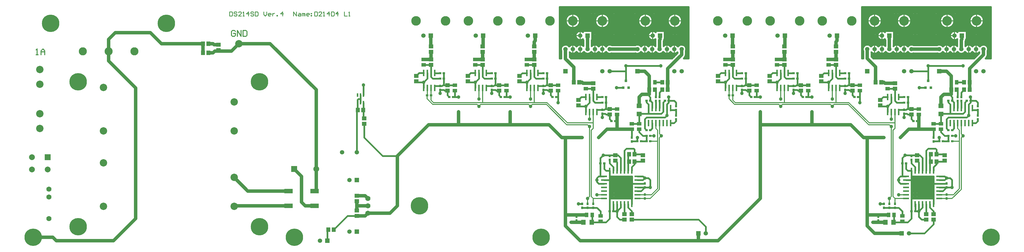
<source format=gtl>
%FSLAX23Y23*%
%MOIN*%
G70*
G01*
G75*
G04 Layer_Physical_Order=1*
%ADD10C,0.024*%
%ADD11R,0.035X0.037*%
%ADD12R,0.024X0.047*%
%ADD13R,0.060X0.052*%
%ADD14R,0.052X0.060*%
%ADD15R,0.118X0.059*%
%ADD16R,0.028X0.036*%
%ADD17R,0.036X0.028*%
%ADD18R,0.059X0.051*%
%ADD19R,0.024X0.087*%
%ADD20R,0.024X0.087*%
%ADD21R,0.063X0.071*%
%ADD22R,0.051X0.059*%
%ADD23R,0.083X0.024*%
%ADD24R,0.024X0.083*%
%ADD25R,0.071X0.063*%
%ADD26C,0.047*%
%ADD27C,0.012*%
%ADD28C,0.010*%
%ADD29C,0.059*%
%ADD30R,0.059X0.059*%
%ADD31C,0.100*%
%ADD32C,0.236*%
%ADD33C,0.237*%
%ADD34C,0.110*%
%ADD35R,0.079X0.079*%
%ADD36C,0.079*%
%ADD37C,0.059*%
%ADD38R,0.059X0.059*%
%ADD39C,0.070*%
%ADD40C,0.079*%
%ADD41C,0.130*%
%ADD42C,0.047*%
D10*
X-8314Y-716D02*
G03*
X-8219Y-710I45J41D01*
G01*
G03*
X-8119Y-710I50J35D01*
G01*
X-8319Y-640D02*
G03*
X-8425Y-701I-50J-35D01*
G01*
X-8219Y-640D02*
G03*
X-8319Y-640I-50J-35D01*
G01*
X-8126Y-632D02*
G03*
X-8219Y-640I-44J-43D01*
G01*
X-8119Y-710D02*
G03*
X-8019Y-710I50J35D01*
G01*
G03*
X-7919Y-710I50J35D01*
G01*
G03*
X-7819Y-710I50J35D01*
G01*
X-7919Y-640D02*
G03*
X-8016Y-635I-50J-35D01*
G01*
X-7819Y-640D02*
G03*
X-7919Y-640I-50J-35D01*
G01*
X-7819Y-710D02*
G03*
X-7743Y-730I50J35D01*
G01*
Y-620D02*
G03*
X-7819Y-640I-26J-55D01*
G01*
X-8132Y-443D02*
G03*
X-8132Y-537I-39J-47D01*
G01*
X-8174Y-290D02*
G03*
X-8174Y-290I-96J0D01*
G01*
X-7774D02*
G03*
X-7774Y-290I-96J0D01*
G01*
X-7421Y-730D02*
G03*
X-7344Y-710I26J55D01*
G01*
G03*
X-7244Y-710I50J35D01*
G01*
X-7344Y-640D02*
G03*
X-7421Y-620I-50J-35D01*
G01*
X-7244Y-640D02*
G03*
X-7344Y-640I-50J-35D01*
G01*
X-7244Y-710D02*
G03*
X-7144Y-710I50J35D01*
G01*
X-7150Y-634D02*
G03*
X-7244Y-640I-45J-41D01*
G01*
X-7144Y-710D02*
G03*
X-7044Y-710I50J35D01*
G01*
G03*
X-6944Y-710I50J35D01*
G01*
X-6756Y-789D02*
G03*
X-6739Y-750I-39J39D01*
G01*
X-6756Y-789D02*
G03*
X-6739Y-750I-39J39D01*
G01*
X-6944Y-640D02*
G03*
X-7039Y-634I-50J-35D01*
G01*
X-6944Y-710D02*
G03*
X-6850Y-716I50J35D01*
G01*
X-6844Y-640D02*
G03*
X-6944Y-640I-50J-35D01*
G01*
X-6739Y-701D02*
G03*
X-6733Y-675I-55J26D01*
G01*
G03*
X-6844Y-640I-61J0D01*
G01*
X-7148Y-443D02*
G03*
X-7148Y-538I-39J-47D01*
G01*
X-7190Y-290D02*
G03*
X-7190Y-290I-96J0D01*
G01*
X-7148Y-538D02*
G03*
X-7150Y-550I54J-12D01*
G01*
X-7039Y-571D02*
G03*
X-7032Y-551I-47J28D01*
G01*
X-7148Y-538D02*
G03*
X-7150Y-550I54J-12D01*
G01*
X-7039Y-571D02*
G03*
X-7032Y-551I-47J28D01*
G01*
G03*
X-7031Y-542I-54J9D01*
G01*
X-7032Y-551D02*
G03*
X-7031Y-542I-54J9D01*
G01*
X-6790Y-290D02*
G03*
X-6790Y-290I-96J0D01*
G01*
X-4220Y-716D02*
G03*
X-4125Y-710I45J41D01*
G01*
G03*
X-4025Y-710I50J35D01*
G01*
X-4225Y-640D02*
G03*
X-4330Y-701I-50J-35D01*
G01*
X-4125Y-640D02*
G03*
X-4225Y-640I-50J-35D01*
G01*
X-4031Y-632D02*
G03*
X-4125Y-640I-44J-43D01*
G01*
X-4025Y-710D02*
G03*
X-3925Y-710I50J35D01*
G01*
G03*
X-3825Y-710I50J35D01*
G01*
Y-640D02*
G03*
X-3921Y-635I-50J-35D01*
G01*
X-3825Y-710D02*
G03*
X-3725Y-710I50J35D01*
G01*
G03*
X-3649Y-730I50J35D01*
G01*
X-3725Y-640D02*
G03*
X-3825Y-640I-50J-35D01*
G01*
X-3649Y-620D02*
G03*
X-3725Y-640I-26J-55D01*
G01*
X-4037Y-443D02*
G03*
X-4037Y-537I-39J-47D01*
G01*
X-4080Y-290D02*
G03*
X-4080Y-290I-96J0D01*
G01*
X-3680D02*
G03*
X-3680Y-290I-96J0D01*
G01*
X-3326Y-730D02*
G03*
X-3250Y-710I26J55D01*
G01*
G03*
X-3150Y-710I50J35D01*
G01*
X-3250Y-640D02*
G03*
X-3326Y-620I-50J-35D01*
G01*
X-3150Y-640D02*
G03*
X-3250Y-640I-50J-35D01*
G01*
X-3150Y-710D02*
G03*
X-3050Y-710I50J35D01*
G01*
X-3055Y-634D02*
G03*
X-3150Y-640I-45J-41D01*
G01*
X-3050Y-710D02*
G03*
X-2950Y-710I50J35D01*
G01*
G03*
X-2850Y-710I50J35D01*
G01*
G03*
X-2755Y-716I50J35D01*
G01*
X-2661Y-789D02*
G03*
X-2645Y-750I-39J39D01*
G01*
X-2661Y-789D02*
G03*
X-2645Y-750I-39J39D01*
G01*
X-2850Y-640D02*
G03*
X-2945Y-634I-50J-35D01*
G01*
X-2750Y-640D02*
G03*
X-2850Y-640I-50J-35D01*
G01*
X-2639Y-675D02*
G03*
X-2750Y-640I-61J0D01*
G01*
X-2645Y-701D02*
G03*
X-2639Y-675I-55J26D01*
G01*
X-3096Y-290D02*
G03*
X-3096Y-290I-96J0D01*
G01*
X-3053Y-443D02*
G03*
X-3054Y-538I-39J-47D01*
G01*
X-2945Y-571D02*
G03*
X-2938Y-551I-47J28D01*
G01*
X-3054Y-538D02*
G03*
X-3055Y-550I54J-12D01*
G01*
X-3054Y-538D02*
G03*
X-3055Y-550I54J-12D01*
G01*
X-2945Y-571D02*
G03*
X-2938Y-551I-47J28D01*
G01*
G03*
X-2937Y-542I-54J9D01*
G01*
X-2938Y-551D02*
G03*
X-2937Y-542I-54J9D01*
G01*
X-2696Y-290D02*
G03*
X-2696Y-290I-96J0D01*
G01*
X-3450Y-1104D02*
Y-900D01*
X-7550D02*
X-7075D01*
X-7550Y-1104D02*
Y-900D01*
X-3450Y-900D02*
X-2975D01*
X-3675Y-975D02*
X-3450D01*
X-7769D02*
X-7550D01*
X-11111Y-1298D02*
Y-1161D01*
X-7675Y-1196D02*
X-7587D01*
X-4375Y-1400D02*
Y-1237D01*
X-5099Y-1325D02*
X-5025D01*
X-5799D02*
X-5725D01*
X-8469Y-1400D02*
Y-1237D01*
X-9194Y-1325D02*
X-9119D01*
X-9894D02*
X-9819D01*
X-4399D02*
X-4375D01*
X-5075D02*
Y-1237D01*
X-5775Y-1325D02*
Y-1237D01*
X-8494Y-1325D02*
X-8469D01*
X-9169D02*
Y-1237D01*
X-9869Y-1325D02*
Y-1237D01*
X-11100Y-1875D02*
Y-1687D01*
X-10850Y-2125D02*
X-10650D01*
X-11100Y-1875D02*
X-10850Y-2125D01*
X-11111Y-1611D02*
Y-1402D01*
X-11150D02*
Y-1298D01*
X-11189Y-1498D02*
Y-1361D01*
X-11179Y-1350D02*
X-11150D01*
X-11189Y-1361D02*
X-11179Y-1350D01*
X-11200Y-2075D02*
Y-1500D01*
X-3571Y-1196D02*
X-3487D01*
X-3375Y-3050D02*
Y-2987D01*
X-3710Y-3175D02*
X-3500D01*
X-3375Y-3050D01*
X-6466Y-3175D02*
Y-3084D01*
X-7469Y-2987D02*
X-6563D01*
X-6466Y-3084D01*
X-10355Y-998D02*
X-10294D01*
X-10394Y-1038D02*
X-10355Y-998D01*
X-6260D02*
X-6200D01*
X-6300Y-1038D02*
X-6260Y-998D01*
X-3375Y-2700D02*
Y-2400D01*
X-3379Y-2700D02*
Y-2400D01*
X-3402Y-2700D02*
Y-2400D01*
X-3675Y-2683D02*
X-3375D01*
X-3426Y-2700D02*
Y-2400D01*
X-3449Y-2700D02*
Y-2400D01*
X-3473Y-2700D02*
Y-2400D01*
X-3497Y-2700D02*
Y-2400D01*
X-3520Y-2700D02*
Y-2400D01*
X-3544Y-2700D02*
Y-2400D01*
X-3568Y-2700D02*
Y-2400D01*
X-3591Y-2700D02*
Y-2400D01*
X-3615Y-2700D02*
Y-2400D01*
X-3638Y-2700D02*
Y-2400D01*
X-3662Y-2700D02*
Y-2400D01*
X-3675D02*
X-3375D01*
X-3675Y-2423D02*
X-3375D01*
X-3675Y-2447D02*
X-3375D01*
X-3675Y-2470D02*
X-3375D01*
X-3675Y-2494D02*
X-3375D01*
X-3675Y-2518D02*
X-3375D01*
X-3675Y-2541D02*
X-3375D01*
X-3675Y-2565D02*
X-3375D01*
X-3675Y-2588D02*
X-3375D01*
X-3675Y-2612D02*
X-3375D01*
X-3675Y-2636D02*
X-3375D01*
X-3675Y-2700D02*
Y-2400D01*
Y-2659D02*
X-3375D01*
X-3675Y-2700D02*
X-3375D01*
X-7466Y-2407D02*
Y-2400D01*
Y-2443D02*
Y-2407D01*
Y-2443D02*
Y-2407D01*
Y-2457D02*
Y-2443D01*
Y-2493D02*
Y-2457D01*
Y-2493D02*
Y-2457D01*
Y-2507D02*
Y-2493D01*
Y-2543D02*
Y-2507D01*
Y-2543D02*
Y-2507D01*
Y-2557D02*
Y-2543D01*
Y-2593D02*
Y-2557D01*
Y-2593D02*
Y-2557D01*
Y-2607D02*
Y-2593D01*
Y-2643D02*
Y-2607D01*
Y-2643D02*
Y-2607D01*
Y-2657D02*
Y-2643D01*
Y-2693D02*
Y-2657D01*
X-7489Y-2700D02*
Y-2400D01*
X-7512Y-2700D02*
Y-2400D01*
X-7536Y-2700D02*
Y-2400D01*
X-7466Y-2693D02*
Y-2657D01*
Y-2700D02*
Y-2693D01*
X-7560Y-2700D02*
Y-2400D01*
X-7769D02*
X-7466D01*
X-7769Y-2423D02*
X-7466D01*
X-7769Y-2447D02*
X-7466D01*
X-7769Y-2470D02*
X-7466D01*
X-7769Y-2494D02*
X-7466D01*
X-7769Y-2518D02*
X-7466D01*
X-7769Y-2541D02*
X-7466D01*
X-7769Y-2565D02*
X-7466D01*
X-7769Y-2588D02*
X-7466D01*
X-7769Y-2612D02*
X-7466D01*
X-7769Y-2636D02*
X-7466D01*
X-7769Y-2659D02*
X-7466D01*
X-7583Y-2700D02*
Y-2400D01*
X-7607Y-2700D02*
Y-2400D01*
X-7631Y-2700D02*
Y-2400D01*
X-7769Y-2683D02*
X-7466D01*
X-7654Y-2700D02*
Y-2400D01*
X-7769Y-2700D02*
X-7466D01*
X-7678D02*
Y-2400D01*
X-7701Y-2700D02*
Y-2400D01*
X-7725Y-2700D02*
Y-2400D01*
X-7749Y-2700D02*
Y-2400D01*
X-7769Y-2700D02*
Y-2400D01*
X-11325Y-2937D02*
X-11200D01*
X-11513Y-3125D02*
X-11325Y-2937D01*
X-11600Y-3275D02*
Y-3125D01*
X-10144Y-1175D02*
X-10144Y-1174D01*
X-7944Y-1500D02*
X-7944Y-1499D01*
X-7619Y-2825D02*
Y-2776D01*
X-7519Y-2825D02*
Y-2776D01*
X-7919Y-2400D02*
X-7846D01*
X-7919Y-2500D02*
X-7846D01*
X-7944Y-2425D02*
X-7919Y-2400D01*
X-7944Y-2475D02*
Y-2425D01*
Y-2475D02*
X-7919Y-2500D01*
X-7719Y-2324D02*
Y-2275D01*
X-7469Y-2324D02*
Y-2275D01*
X-7393Y-2600D02*
X-7344D01*
X-10244Y-1075D02*
Y-998D01*
X-10294Y-1125D02*
X-10244Y-1075D01*
X-10394Y-1125D02*
X-10294D01*
Y-1202D02*
Y-1125D01*
X-9544Y-1075D02*
Y-998D01*
X-9594Y-1125D02*
X-9544Y-1075D01*
X-9694Y-1125D02*
X-9594D01*
Y-1202D02*
Y-1125D01*
X-9655Y-998D02*
X-9594D01*
X-9694Y-1038D02*
X-9655Y-998D01*
X-8844Y-1075D02*
Y-998D01*
X-8894Y-1125D02*
X-8844Y-1075D01*
X-8994Y-1125D02*
X-8894D01*
Y-1202D02*
Y-1125D01*
X-8957Y-1000D02*
X-8894D01*
X-8994Y-1038D02*
X-8957Y-1000D01*
X-8044Y-1400D02*
Y-1323D01*
X-8094Y-1450D02*
X-8044Y-1400D01*
X-8194Y-1450D02*
X-8094D01*
Y-1527D02*
Y-1450D01*
X-8155Y-1323D02*
X-8094D01*
X-8194Y-1363D02*
X-8155Y-1323D01*
X-10169Y-1075D02*
X-10070D01*
X-10194Y-1050D02*
X-10169Y-1075D01*
X-9469D02*
X-9370D01*
X-9494Y-1050D02*
X-9469Y-1075D01*
X-8769D02*
X-8670D01*
X-8794Y-1050D02*
X-8769Y-1075D01*
X-7969Y-1400D02*
X-7870D01*
X-7994Y-1375D02*
X-7969Y-1400D01*
X-10142Y-1000D02*
X-10070D01*
X-9442D02*
X-9370D01*
X-8742D02*
X-8670D01*
X-7942Y-1325D02*
X-7870D01*
X-7270Y-1925D02*
Y-1850D01*
X-7194Y-1751D02*
Y-1677D01*
X-7219Y-1775D02*
X-7194Y-1751D01*
X-6994Y-1575D02*
Y-1425D01*
X-7019Y-1600D02*
X-6994Y-1575D01*
X-7269Y-1600D02*
X-7019D01*
X-7294Y-1625D02*
X-7269Y-1600D01*
X-7294Y-1751D02*
X-7270Y-1775D01*
X-7294Y-1751D02*
Y-1625D01*
X-7669Y-2324D02*
Y-2212D01*
X-7694Y-2187D02*
X-7669Y-2212D01*
X-7619Y-2324D02*
Y-2150D01*
X-7657Y-2113D02*
X-7619Y-2150D01*
X-7519Y-2825D02*
X-7469Y-2875D01*
Y-2913D02*
Y-2875D01*
X-7432Y-2238D02*
Y-2200D01*
X-7469Y-2275D02*
X-7432Y-2238D01*
X-10194Y-1050D02*
Y-887D01*
X-9494Y-1050D02*
Y-887D01*
X-8794Y-1050D02*
Y-887D01*
X-7994Y-1375D02*
Y-1212D01*
X-10294Y-887D02*
X-10194D01*
X-9594D02*
X-9494D01*
X-8894D02*
X-8794D01*
X-8094Y-1212D02*
X-7994D01*
X-7157Y-1125D02*
X-7057D01*
X-7319Y-1850D02*
X-7270D01*
X-7369Y-1800D02*
Y-1762D01*
Y-1800D02*
X-7319Y-1850D01*
X-7469Y-1688D02*
X-7369D01*
X-7769Y-1488D02*
X-7669D01*
X-7444Y-2025D02*
X-7432Y-2037D01*
Y-2100D02*
Y-2037D01*
X-7544Y-2025D02*
X-7444D01*
X-7569Y-2050D02*
X-7544Y-2025D01*
X-7569Y-2324D02*
Y-2050D01*
X-7519Y-2324D02*
Y-2100D01*
X-8007Y-3037D02*
Y-2925D01*
X-7069Y-1550D02*
X-7044Y-1525D01*
X-7244Y-1550D02*
Y-1425D01*
X-7364Y-1550D02*
X-7069D01*
X-7369Y-1688D02*
Y-1555D01*
X-7432Y-2100D02*
X-7319D01*
X-7432Y-2200D02*
X-7319D01*
X-7144Y-1324D02*
Y-1225D01*
Y-1473D02*
Y-1376D01*
X-7094Y-1324D02*
Y-1263D01*
X-7057Y-1225D01*
X-7094Y-1473D02*
Y-1376D01*
X-7569Y-2913D02*
Y-2776D01*
X-9969Y-1301D02*
Y-1237D01*
Y-1301D02*
X-9945Y-1325D01*
X-9269Y-1301D02*
Y-1237D01*
Y-1301D02*
X-9245Y-1325D01*
X-8569Y-1301D02*
X-8545Y-1325D01*
X-8569Y-1301D02*
Y-1237D01*
X-7769Y-1625D02*
X-7744Y-1650D01*
X-7769Y-1625D02*
Y-1562D01*
X-10020Y-1226D02*
X-10008Y-1237D01*
X-9969D01*
X-10069Y-1226D02*
X-10020D01*
X-10069Y-1275D02*
Y-1226D01*
X-10019Y-1163D02*
Y-1000D01*
X-10032Y-1163D02*
X-9869D01*
X-10044Y-1174D02*
X-10032Y-1163D01*
X-10144Y-1174D02*
X-10044D01*
X-9320Y-1226D02*
X-9308Y-1237D01*
X-9369Y-1226D02*
X-9320D01*
X-9308Y-1237D02*
X-9269D01*
X-9369Y-1275D02*
Y-1226D01*
X-9319Y-1163D02*
Y-1000D01*
X-9332Y-1163D02*
X-9169D01*
X-9344Y-1175D02*
X-9332Y-1163D01*
X-9444Y-1175D02*
X-9344D01*
X-9370D02*
X-9369Y-1174D01*
X-8620Y-1226D02*
X-8608Y-1237D01*
X-8669Y-1226D02*
X-8620D01*
X-8608Y-1237D02*
X-8569D01*
X-8669Y-1275D02*
Y-1226D01*
X-8619Y-1162D02*
Y-1000D01*
X-8632Y-1163D02*
X-8469D01*
X-8644Y-1174D02*
X-8632Y-1163D01*
X-8744Y-1174D02*
X-8644D01*
X-7819Y-1562D02*
X-7769D01*
X-7831Y-1551D02*
X-7819Y-1562D01*
X-7869Y-1551D02*
X-7831D01*
X-7869Y-1600D02*
Y-1551D01*
X-7819Y-1488D02*
Y-1325D01*
X-7833Y-1488D02*
X-7769D01*
X-7844Y-1499D02*
X-7833Y-1488D01*
X-7944Y-1499D02*
X-7844D01*
X-7669Y-2875D02*
X-7619Y-2825D01*
X-7719Y-2875D02*
X-7669D01*
X-7719D02*
Y-2777D01*
X-7669Y-2950D02*
X-7632Y-2987D01*
X-7569D01*
X-7669Y-2950D02*
Y-2776D01*
X-7770Y-2974D02*
Y-2875D01*
X-7821Y-3025D02*
X-7770Y-2974D01*
X-8014Y-3025D02*
X-7821D01*
X-7219Y-2550D02*
Y-2450D01*
X-7244Y-2425D02*
X-7219Y-2450D01*
X-7220Y-2551D02*
X-7219Y-2550D01*
X-7294Y-2425D02*
X-7244D01*
X-7319Y-2400D02*
X-7294Y-2425D01*
X-7319Y-2450D02*
X-7294Y-2425D01*
Y-2551D02*
X-7220D01*
X-7344Y-2600D02*
X-7294Y-2551D01*
X-7393Y-2550D02*
X-7295D01*
X-7393Y-2400D02*
X-7319D01*
X-7393Y-2450D02*
X-7319D01*
X-7469Y-2500D02*
X-7295D01*
X-7769Y-2700D02*
X-7469D01*
Y-2776D02*
Y-2500D01*
X-7769Y-2874D02*
Y-2325D01*
X-7846Y-2450D02*
X-7769D01*
X-8194Y-2774D02*
X-8144D01*
X-8194Y-2775D02*
X-8194Y-2774D01*
X-7944Y-2826D02*
X-7894Y-2875D01*
Y-2938D02*
Y-2875D01*
X-8144Y-2826D02*
X-7944D01*
X-7821Y-2324D02*
X-7769D01*
X-7844Y-2301D02*
X-7821Y-2324D01*
X-7844Y-2301D02*
Y-2225D01*
X-7395Y-1876D02*
X-7394Y-1875D01*
X-7395Y-1925D02*
Y-1876D01*
X-7344Y-1925D02*
X-7270D01*
X-7857Y-2113D02*
X-7657D01*
X-7895Y-2151D02*
X-7857Y-2113D01*
X-7895Y-2399D02*
Y-2151D01*
X-7769Y-2225D02*
X-7719Y-2275D01*
X-7769Y-2225D02*
Y-2176D01*
X-6969Y-1325D02*
X-6969Y-1326D01*
Y-1399D02*
Y-1326D01*
X-6994Y-1425D02*
X-6969Y-1399D01*
X-7044Y-1399D02*
X-7020Y-1375D01*
X-7044Y-1525D02*
Y-1399D01*
X-7219Y-1375D02*
Y-1326D01*
X-7194Y-1473D02*
Y-1399D01*
X-7232Y-1313D02*
X-7219Y-1326D01*
Y-1375D02*
X-7194Y-1399D01*
X-7232Y-1313D02*
Y-1288D01*
X-7270Y-1399D02*
X-7244Y-1425D01*
X-7270Y-1399D02*
Y-1375D01*
X-6869Y-1650D02*
Y-1626D01*
X-6897Y-1677D02*
X-6869Y-1650D01*
X-6944Y-1677D02*
X-6897D01*
X-6894Y-1375D02*
X-6869Y-1400D01*
X-6969Y-1375D02*
X-6894D01*
X-6869Y-1449D02*
Y-1400D01*
Y-1574D02*
Y-1501D01*
X-6944D02*
X-6869D01*
X-7469Y-1925D02*
X-7395D01*
X-7469Y-1874D02*
Y-1762D01*
X-3375Y-1874D02*
Y-1762D01*
X-3913Y-3037D02*
Y-2925D01*
X-3375Y-2500D02*
X-3201D01*
X-3375Y-2776D02*
Y-2500D01*
X-3675Y-2874D02*
Y-2325D01*
X-3920Y-3025D02*
X-3726D01*
X-3675Y-2700D02*
X-3375D01*
X-3676Y-2974D02*
Y-2875D01*
X-3751Y-2450D02*
X-3675D01*
X-3726Y-3025D02*
X-3676Y-2974D01*
X-4050Y-2826D02*
X-3849D01*
X-3800Y-2938D02*
Y-2875D01*
X-3849Y-2826D02*
X-3800Y-2875D01*
X-4099Y-2774D02*
X-4050D01*
X-4100Y-2775D02*
X-4099Y-2774D01*
X-3726Y-2324D02*
X-3675D01*
X-3749Y-2301D02*
Y-2225D01*
X-3763Y-2113D02*
X-3562D01*
X-3801Y-2399D02*
Y-2151D01*
X-3850Y-2475D02*
Y-2425D01*
X-3525Y-2324D02*
Y-2150D01*
X-3801Y-2151D02*
X-3763Y-2113D01*
X-3825Y-2400D02*
X-3751D01*
X-3825Y-2500D02*
X-3751D01*
X-3850Y-2425D02*
X-3825Y-2400D01*
X-3850Y-2475D02*
X-3825Y-2500D01*
X-3749Y-2301D02*
X-3726Y-2324D01*
X-3625D02*
Y-2275D01*
X-3675Y-2225D02*
Y-2176D01*
Y-2225D02*
X-3625Y-2275D01*
X-3575Y-2324D02*
Y-2212D01*
X-3600Y-2187D02*
X-3575Y-2212D01*
X-3562Y-2113D02*
X-3525Y-2150D01*
X-3425Y-2324D02*
Y-2100D01*
X-3475Y-2324D02*
Y-2050D01*
X-3450Y-2025D02*
X-3350D01*
X-3338Y-2100D02*
X-3225D01*
X-3338D02*
Y-2037D01*
X-3350Y-2025D02*
X-3338Y-2037D01*
X-3475Y-2050D02*
X-3450Y-2025D01*
X-3375Y-2324D02*
Y-2275D01*
X-3338Y-2238D01*
Y-2200D01*
X-3225D01*
X-3125Y-2550D02*
Y-2450D01*
X-3200Y-2425D02*
X-3150D01*
X-3126Y-2551D02*
X-3125Y-2550D01*
X-3200Y-2551D02*
X-3126D01*
X-3225Y-2400D02*
X-3200Y-2425D01*
X-3299Y-2400D02*
X-3225D01*
Y-2450D02*
X-3200Y-2425D01*
X-3299Y-2450D02*
X-3225D01*
X-3150Y-2425D02*
X-3125Y-2450D01*
X-3249Y-2600D02*
X-3200Y-2551D01*
X-3299Y-2550D02*
X-3201D01*
X-3299Y-2600D02*
X-3249D01*
X-3375Y-2913D02*
Y-2875D01*
X-3425Y-2825D02*
Y-2776D01*
Y-2825D02*
X-3375Y-2875D01*
X-3475Y-2913D02*
Y-2776D01*
X-3575Y-2950D02*
Y-2776D01*
X-3525Y-2825D02*
Y-2776D01*
X-3575Y-2875D02*
X-3525Y-2825D01*
X-3538Y-2987D02*
X-3475D01*
X-3624Y-2875D02*
X-3575D01*
Y-2950D02*
X-3538Y-2987D01*
X-3624Y-2875D02*
Y-2777D01*
X-3000Y-1473D02*
Y-1376D01*
X-3050Y-1473D02*
Y-1376D01*
X-2900Y-1425D02*
X-2874Y-1399D01*
X-3176D02*
X-3150Y-1425D01*
X-3050Y-1324D02*
Y-1225D01*
X-3000Y-1324D02*
Y-1263D01*
X-2962Y-1225D01*
X-3063Y-1125D02*
X-2962D01*
X-3137Y-1313D02*
X-3124Y-1326D01*
X-3100Y-1473D02*
Y-1399D01*
X-3124Y-1375D02*
X-3100Y-1399D01*
X-3270Y-1550D02*
X-2975D01*
X-2950Y-1525D01*
X-2800Y-1375D02*
X-2775Y-1400D01*
X-2849Y-1501D02*
X-2775D01*
Y-1574D02*
Y-1501D01*
X-2802Y-1677D02*
X-2775Y-1650D01*
X-2850Y-1677D02*
X-2802D01*
X-2775Y-1650D02*
Y-1626D01*
X-3200Y-1625D02*
X-3175Y-1600D01*
X-3200Y-1751D02*
Y-1625D01*
X-3124Y-1775D02*
X-3100Y-1751D01*
Y-1677D01*
X-3175Y-1600D02*
X-2925D01*
X-3375Y-1688D02*
X-3275D01*
Y-1555D01*
X-3176Y-1399D02*
Y-1375D01*
X-2950Y-1399D02*
X-2926Y-1375D01*
X-3150Y-1550D02*
Y-1425D01*
X-2950Y-1525D02*
Y-1399D01*
X-3275Y-1800D02*
X-3225Y-1850D01*
X-3249Y-1925D02*
X-3176D01*
X-3275Y-1800D02*
Y-1762D01*
X-3176Y-1925D02*
Y-1850D01*
X-3225D02*
X-3176D01*
X-3374Y-1925D02*
X-3301D01*
Y-1876D01*
X-3300Y-1875D01*
X-3200Y-1751D02*
X-3176Y-1775D01*
X-2925Y-1600D02*
X-2900Y-1575D01*
X-2775Y-1449D02*
Y-1400D01*
X-2875Y-1325D02*
X-2874Y-1326D01*
Y-1375D02*
X-2800D01*
X-2900Y-1575D02*
Y-1425D01*
X-2874Y-1399D02*
Y-1326D01*
X-3124Y-1375D02*
Y-1326D01*
X-3137Y-1313D02*
Y-1288D01*
X-3848Y-1325D02*
X-3776D01*
X-4000Y-1212D02*
X-3900D01*
X-3850Y-1500D02*
X-3849Y-1499D01*
X-3750D02*
X-3738Y-1488D01*
X-3675Y-1488D02*
X-3575D01*
X-3849Y-1499D02*
X-3750D01*
X-3738Y-1488D02*
X-3675D01*
X-3724D02*
Y-1325D01*
X-4100Y-1363D02*
X-4060Y-1323D01*
X-4000D01*
X-4100Y-1450D02*
X-4000D01*
Y-1527D02*
Y-1450D01*
X-3950Y-1400D01*
Y-1323D01*
X-3900Y-1375D02*
X-3875Y-1400D01*
X-3900Y-1375D02*
Y-1212D01*
X-3875Y-1400D02*
X-3776D01*
X-4648Y-1000D02*
X-4576D01*
X-4700Y-1050D02*
X-4675Y-1075D01*
X-4800Y-887D02*
X-4700D01*
X-4675Y-1075D02*
X-4576D01*
X-4700Y-1050D02*
Y-887D01*
X-4549Y-1174D02*
X-4538Y-1163D01*
X-4649Y-1174D02*
X-4549D01*
X-4538Y-1163D02*
X-4375D01*
X-4524Y-1162D02*
Y-1000D01*
X-4900Y-1038D02*
X-4862Y-1000D01*
X-4800D01*
X-4900Y-1125D02*
X-4800D01*
Y-1202D02*
Y-1125D01*
X-4750Y-1075D01*
Y-998D01*
X-5600Y-1038D02*
X-5560Y-998D01*
X-5500D01*
X-5348Y-1000D02*
X-5276D01*
X-5500Y-887D02*
X-5400D01*
Y-1050D02*
X-5375Y-1075D01*
X-5276D01*
X-5400Y-1050D02*
Y-887D01*
X-5276Y-1175D02*
X-5275Y-1174D01*
X-5250Y-1175D02*
X-5237Y-1163D01*
X-5350Y-1175D02*
X-5250D01*
X-5237Y-1163D02*
X-5075D01*
X-5224Y-1163D02*
Y-1000D01*
X-5275Y-1275D02*
Y-1226D01*
X-5175Y-1301D02*
X-5151Y-1325D01*
X-5175Y-1301D02*
Y-1237D01*
X-5226Y-1226D02*
X-5214Y-1237D01*
X-5175D01*
X-5275Y-1226D02*
X-5226D01*
X-4575Y-1275D02*
Y-1226D01*
X-4475Y-1301D02*
Y-1237D01*
Y-1301D02*
X-4451Y-1325D01*
X-4526Y-1226D02*
X-4514Y-1237D01*
X-4475D01*
X-4575Y-1226D02*
X-4526D01*
X-3775Y-1600D02*
Y-1551D01*
X-3675Y-1625D02*
Y-1562D01*
X-3737Y-1551D02*
X-3725Y-1562D01*
X-3675D01*
X-3775Y-1551D02*
X-3737D01*
X-3675Y-1625D02*
X-3650Y-1650D01*
X-5600Y-1125D02*
X-5500D01*
Y-1202D02*
Y-1125D01*
X-5450Y-1075D01*
Y-998D01*
X-6048Y-1000D02*
X-5976D01*
X-6100Y-1050D02*
X-6075Y-1075D01*
X-6200Y-887D02*
X-6100D01*
X-6075Y-1075D02*
X-5976D01*
X-6100Y-1050D02*
Y-887D01*
X-6050Y-1175D02*
X-6049Y-1174D01*
X-5949D02*
X-5937Y-1163D01*
X-6049Y-1174D02*
X-5949D01*
X-5924Y-1163D02*
Y-1000D01*
X-5937Y-1163D02*
X-5775D01*
X-5926Y-1226D02*
X-5914Y-1237D01*
X-5975Y-1275D02*
Y-1226D01*
X-5914Y-1237D02*
X-5875D01*
X-5975Y-1226D02*
X-5926D01*
X-5875Y-1301D02*
Y-1237D01*
Y-1301D02*
X-5851Y-1325D01*
X-6300Y-1125D02*
X-6200D01*
Y-1202D02*
Y-1125D01*
X-6150Y-1075D01*
Y-998D01*
X-8450Y-800D02*
X-8425D01*
X-8450Y-793D02*
X-8425D01*
Y-800D02*
Y-701D01*
X-8314Y-783D02*
X-8297Y-800D01*
X-8314Y-783D02*
Y-716D01*
X-8292Y-800D02*
Y-732D01*
X-8450Y-770D02*
X-8425D01*
X-8450Y-746D02*
X-8425D01*
X-8450Y-722D02*
X-8425D01*
X-8314D02*
X-8308D01*
X-8450Y-699D02*
X-8426D01*
X-8268Y-800D02*
Y-736D01*
X-8245Y-800D02*
Y-731D01*
X-8221Y-800D02*
Y-712D01*
X-8174Y-800D02*
Y-736D01*
X-8197Y-800D02*
Y-729D01*
X-8150Y-800D02*
Y-733D01*
X-8231Y-722D02*
X-8208D01*
X-8127Y-800D02*
Y-718D01*
X-8103Y-800D02*
Y-726D01*
X-8131Y-722D02*
X-8108D01*
X-8450Y-675D02*
X-8431D01*
X-8450Y-800D02*
Y-100D01*
X-8434Y-800D02*
Y-100D01*
X-8450Y-651D02*
X-8426D01*
X-8450Y-628D02*
X-8408D01*
X-8410Y-629D02*
Y-100D01*
X-8386Y-616D02*
Y-100D01*
X-8331Y-628D02*
X-8308D01*
X-8363Y-614D02*
Y-319D01*
X-8339Y-622D02*
Y-358D01*
X-8316Y-635D02*
Y-376D01*
X-8221Y-638D02*
Y-525D01*
X-8231Y-628D02*
X-8208D01*
X-8292Y-618D02*
Y-384D01*
X-8245Y-619D02*
Y-383D01*
X-8131Y-628D02*
X-8126D01*
Y-632D02*
Y-551D01*
X-8197Y-621D02*
Y-545D01*
X-8127Y-632D02*
Y-551D01*
X-8079Y-800D02*
Y-735D01*
X-8056Y-800D02*
Y-734D01*
X-8032Y-800D02*
Y-723D01*
X-8297Y-800D02*
X-6922D01*
X-8008D02*
Y-722D01*
X-7985Y-800D02*
Y-734D01*
X-7961Y-800D02*
Y-735D01*
X-8031Y-722D02*
X-8008D01*
X-8304Y-793D02*
X-6916D01*
X-8314Y-770D02*
X-6892D01*
X-8314Y-746D02*
X-6868D01*
X-7890Y-800D02*
Y-732D01*
X-7938Y-800D02*
Y-727D01*
X-7914Y-800D02*
Y-717D01*
X-7867Y-800D02*
Y-736D01*
X-7843Y-800D02*
Y-730D01*
X-7796Y-800D02*
Y-730D01*
X-7772Y-800D02*
Y-736D01*
X-7931Y-722D02*
X-7908D01*
X-7831D02*
X-7808D01*
X-7749Y-800D02*
Y-732D01*
X-7725Y-800D02*
Y-730D01*
X-7743D02*
X-7421D01*
X-7701Y-800D02*
Y-730D01*
X-8016Y-628D02*
X-8008D01*
X-8016Y-635D02*
Y-551D01*
X-8008Y-628D02*
Y-100D01*
X-7931Y-628D02*
X-7908D01*
X-7938Y-623D02*
Y-360D01*
X-7914Y-633D02*
Y-376D01*
X-7820Y-800D02*
Y-710D01*
Y-640D02*
Y-372D01*
X-7831Y-628D02*
X-7808D01*
X-7890Y-618D02*
Y-385D01*
X-7843Y-620D02*
Y-383D01*
X-7796Y-620D02*
Y-351D01*
X-7743Y-620D02*
X-7421D01*
X-7749Y-618D02*
Y-100D01*
X-7725Y-620D02*
Y-100D01*
X-8450Y-533D02*
X-8214D01*
X-8450Y-510D02*
X-8229D01*
X-8268Y-614D02*
Y-387D01*
X-8450Y-604D02*
X-8126D01*
X-8450Y-581D02*
X-8126D01*
X-8450Y-557D02*
X-8126D01*
X-8450Y-368D02*
X-8328D01*
X-8450Y-344D02*
X-8351D01*
X-8450Y-321D02*
X-8362D01*
X-8450Y-486D02*
X-8232D01*
X-8450Y-462D02*
X-8225D01*
X-8450Y-439D02*
X-8204D01*
X-8174Y-614D02*
Y-551D01*
X-8150Y-617D02*
Y-548D01*
X-8132Y-551D02*
X-8126D01*
X-8132D02*
Y-537D01*
X-8016Y-551D02*
X-8010D01*
X-8221Y-455D02*
Y-373D01*
X-8197Y-435D02*
Y-353D01*
X-8138Y-439D02*
X-8132D01*
Y-443D02*
Y-429D01*
X-8450Y-297D02*
X-8367D01*
X-8450Y-273D02*
X-8366D01*
X-8363Y-261D02*
Y-100D01*
X-8450Y-250D02*
X-8359D01*
X-8450Y-226D02*
X-8343D01*
X-8339Y-222D02*
Y-100D01*
X-8316Y-205D02*
Y-100D01*
X-8450Y-203D02*
X-8311D01*
X-8292Y-196D02*
Y-100D01*
X-8268Y-194D02*
Y-100D01*
X-8174Y-429D02*
Y-100D01*
X-8150Y-433D02*
Y-100D01*
X-8127Y-429D02*
Y-100D01*
X-8103Y-429D02*
Y-100D01*
X-8079Y-429D02*
Y-100D01*
X-8056Y-429D02*
Y-100D01*
X-8245Y-197D02*
Y-100D01*
X-8221Y-208D02*
Y-100D01*
X-8197Y-228D02*
Y-100D01*
X-8032Y-429D02*
Y-100D01*
X-8010Y-533D02*
X-7230D01*
X-8132Y-429D02*
X-8010D01*
Y-510D02*
X-7244D01*
X-8016Y-604D02*
X-7150D01*
X-8016Y-581D02*
X-7150D01*
X-8016Y-557D02*
X-7150D01*
X-8191Y-344D02*
X-7951D01*
X-8179Y-321D02*
X-7962D01*
X-8175Y-297D02*
X-7967D01*
X-8450Y-415D02*
X-6700D01*
X-8450Y-392D02*
X-6700D01*
X-8214Y-368D02*
X-7928D01*
X-8010Y-551D02*
Y-429D01*
X-7961Y-615D02*
Y-324D01*
X-7867Y-614D02*
Y-387D01*
X-8010Y-486D02*
X-7248D01*
X-8010Y-462D02*
X-7241D01*
X-8010Y-439D02*
X-7220D01*
X-7814Y-368D02*
X-7344D01*
X-7791Y-344D02*
X-7366D01*
X-7779Y-321D02*
X-7378D01*
X-7775Y-297D02*
X-7383D01*
X-8176Y-273D02*
X-7966D01*
X-7985Y-616D02*
Y-100D01*
X-7961Y-256D02*
Y-100D01*
X-8183Y-250D02*
X-7959D01*
X-8199Y-226D02*
X-7943D01*
X-8230Y-203D02*
X-7911D01*
X-8450Y-179D02*
X-6700D01*
X-8450Y-155D02*
X-6700D01*
X-8450Y-132D02*
X-6700D01*
X-8450Y-108D02*
X-6700D01*
X-8450Y-100D02*
X-6700D01*
X-7796Y-229D02*
Y-100D01*
X-7772Y-614D02*
Y-100D01*
X-7776Y-273D02*
X-7382D01*
X-7799Y-226D02*
X-7359D01*
X-7783Y-250D02*
X-7374D01*
X-7938Y-221D02*
Y-100D01*
X-7914Y-204D02*
Y-100D01*
X-7890Y-196D02*
Y-100D01*
X-7867Y-194D02*
Y-100D01*
X-7830Y-203D02*
X-7327D01*
X-7843Y-198D02*
Y-100D01*
X-7820Y-209D02*
Y-100D01*
X-7678Y-800D02*
Y-730D01*
X-7654Y-800D02*
Y-730D01*
X-7631Y-800D02*
Y-730D01*
X-7607Y-800D02*
Y-730D01*
X-7583Y-800D02*
Y-730D01*
X-7560Y-800D02*
Y-730D01*
X-7536Y-800D02*
Y-730D01*
X-7512Y-800D02*
Y-730D01*
X-7489Y-800D02*
Y-730D01*
X-7465Y-800D02*
Y-730D01*
X-7442Y-800D02*
Y-730D01*
X-7418Y-800D02*
Y-731D01*
X-7394Y-800D02*
Y-736D01*
X-7371Y-800D02*
Y-731D01*
X-7323Y-800D02*
Y-729D01*
X-7300Y-800D02*
Y-736D01*
X-7276Y-800D02*
Y-733D01*
X-7229Y-800D02*
Y-725D01*
X-7205Y-800D02*
Y-735D01*
X-7356Y-722D02*
X-7333D01*
X-7182Y-800D02*
Y-735D01*
X-7111Y-800D02*
Y-734D01*
X-7087Y-800D02*
Y-736D01*
X-7158Y-800D02*
Y-724D01*
X-7064Y-800D02*
Y-728D01*
X-7347Y-800D02*
Y-713D01*
X-7256Y-722D02*
X-7233D01*
X-7701Y-620D02*
Y-100D01*
X-7347Y-637D02*
Y-365D01*
X-7356Y-628D02*
X-7333D01*
X-7323Y-621D02*
Y-379D01*
X-7253Y-800D02*
Y-719D01*
X-7134Y-800D02*
Y-721D01*
X-7156Y-722D02*
X-7133D01*
X-7256Y-628D02*
X-7233D01*
X-7253Y-631D02*
Y-380D01*
X-7229Y-625D02*
Y-534D01*
X-7156Y-628D02*
X-7150D01*
X-7158Y-626D02*
Y-544D01*
X-7150Y-634D02*
Y-550D01*
X-6993Y-800D02*
Y-736D01*
X-7040Y-800D02*
Y-716D01*
X-7016Y-800D02*
Y-732D01*
X-6969Y-800D02*
Y-731D01*
X-6945Y-800D02*
Y-711D01*
X-6922Y-799D02*
Y-730D01*
X-7056Y-722D02*
X-7033D01*
X-6898Y-776D02*
Y-736D01*
X-6956Y-722D02*
X-6933D01*
X-6922Y-800D02*
X-6850Y-727D01*
X-6767Y-800D02*
X-6756Y-789D01*
X-6757Y-800D02*
Y-790D01*
X-6767Y-800D02*
X-6700D01*
X-6760Y-793D02*
X-6700D01*
X-6875Y-752D02*
Y-733D01*
X-6851Y-729D02*
Y-718D01*
X-6850Y-727D02*
Y-716D01*
X-6743Y-770D02*
X-6700D01*
X-6739Y-746D02*
X-6700D01*
X-6856Y-722D02*
X-6850D01*
X-6739D02*
X-6700D01*
X-7039Y-628D02*
X-7033D01*
X-7039Y-634D02*
Y-571D01*
X-6945Y-639D02*
Y-367D01*
X-6956Y-628D02*
X-6933D01*
X-6856D02*
X-6833D01*
X-6739Y-750D02*
Y-701D01*
X-6733Y-800D02*
Y-100D01*
X-6738Y-699D02*
X-6700D01*
X-6709Y-800D02*
Y-100D01*
X-6700Y-800D02*
Y-100D01*
X-6851Y-632D02*
Y-380D01*
X-6827Y-624D02*
Y-366D01*
X-6757Y-627D02*
Y-100D01*
X-6738Y-651D02*
X-6700D01*
X-6733Y-675D02*
X-6700D01*
X-6756Y-628D02*
X-6700D01*
X-7678Y-620D02*
Y-100D01*
X-7654Y-620D02*
Y-100D01*
X-7631Y-620D02*
Y-100D01*
X-7300Y-614D02*
Y-386D01*
X-7371Y-619D02*
Y-337D01*
X-7276Y-617D02*
Y-386D01*
X-7182Y-615D02*
Y-551D01*
X-7205Y-615D02*
Y-548D01*
X-7229Y-446D02*
Y-367D01*
X-7205Y-432D02*
Y-342D01*
X-7154Y-439D02*
X-7148D01*
Y-443D02*
Y-429D01*
X-7607Y-620D02*
Y-100D01*
X-7583Y-620D02*
Y-100D01*
X-7560Y-620D02*
Y-100D01*
X-7536Y-620D02*
Y-100D01*
X-7512Y-620D02*
Y-100D01*
X-7489Y-620D02*
Y-100D01*
X-7465Y-620D02*
Y-100D01*
X-7442Y-620D02*
Y-100D01*
X-7418Y-619D02*
Y-100D01*
X-7394Y-614D02*
Y-100D01*
X-7371Y-243D02*
Y-100D01*
X-7347Y-215D02*
Y-100D01*
X-7182Y-429D02*
Y-100D01*
X-7158Y-436D02*
Y-100D01*
X-7134Y-429D02*
Y-100D01*
X-7111Y-429D02*
Y-100D01*
X-7087Y-429D02*
Y-100D01*
X-7064Y-429D02*
Y-100D01*
X-7323Y-201D02*
Y-100D01*
X-7300Y-195D02*
Y-100D01*
X-7276Y-194D02*
Y-100D01*
X-7253Y-200D02*
Y-100D01*
X-7229Y-213D02*
Y-100D01*
X-7205Y-238D02*
Y-100D01*
X-7040Y-429D02*
Y-100D01*
X-7032Y-551D02*
X-7026D01*
X-7039Y-604D02*
X-6700D01*
X-7039Y-581D02*
X-6700D01*
X-7034Y-557D02*
X-6700D01*
X-7148Y-429D02*
X-7026D01*
X-7195Y-321D02*
X-6978D01*
X-7190Y-297D02*
X-6983D01*
X-7026Y-533D02*
X-6700D01*
X-7230Y-368D02*
X-6944D01*
X-7207Y-344D02*
X-6966D01*
X-7026Y-551D02*
Y-429D01*
X-6969Y-619D02*
Y-340D01*
X-6922Y-620D02*
Y-380D01*
X-6898Y-614D02*
Y-386D01*
X-6875Y-617D02*
Y-386D01*
X-6804Y-615D02*
Y-340D01*
X-7026Y-510D02*
X-6700D01*
X-7026Y-486D02*
X-6700D01*
X-7026Y-462D02*
X-6700D01*
X-7026Y-439D02*
X-6700D01*
X-6830Y-368D02*
X-6700D01*
X-6807Y-344D02*
X-6700D01*
X-6795Y-321D02*
X-6700D01*
X-7192Y-273D02*
X-6982D01*
X-7016Y-618D02*
Y-100D01*
X-6993Y-614D02*
Y-100D01*
X-7199Y-250D02*
X-6974D01*
X-7214Y-226D02*
X-6959D01*
X-6969Y-240D02*
Y-100D01*
X-6945Y-214D02*
Y-100D01*
X-7246Y-203D02*
X-6927D01*
X-6922Y-200D02*
Y-100D01*
X-6898Y-194D02*
Y-100D01*
X-6790Y-297D02*
X-6700D01*
X-6792Y-273D02*
X-6700D01*
X-6780Y-616D02*
Y-100D01*
X-6875Y-194D02*
Y-100D01*
X-6851Y-201D02*
Y-100D01*
X-6827Y-214D02*
Y-100D01*
X-6814Y-226D02*
X-6700D01*
X-6799Y-250D02*
X-6700D01*
X-6846Y-203D02*
X-6700D01*
X-6804Y-241D02*
Y-100D01*
X-4350Y-800D02*
X-4330D01*
X-4350Y-793D02*
X-4330D01*
Y-800D02*
Y-701D01*
X-4220Y-777D02*
X-4197Y-800D01*
X-4350Y-770D02*
X-4330D01*
X-4220Y-777D02*
Y-716D01*
X-4350Y-746D02*
X-4330D01*
X-4350Y-699D02*
X-4331D01*
X-4350Y-675D02*
X-4336D01*
X-4350Y-722D02*
X-4330D01*
X-4220D02*
X-4214D01*
X-4182Y-800D02*
Y-736D01*
X-4158Y-800D02*
Y-734D01*
X-4134Y-800D02*
Y-721D01*
X-4087Y-800D02*
Y-735D01*
X-4111Y-800D02*
Y-724D01*
X-4064Y-800D02*
Y-735D01*
X-4205Y-792D02*
Y-728D01*
X-4136Y-722D02*
X-4114D01*
X-4040Y-800D02*
Y-725D01*
X-4350Y-651D02*
X-4331D01*
X-4350Y-800D02*
Y-100D01*
X-4347Y-800D02*
Y-100D01*
X-4323Y-638D02*
Y-100D01*
X-4350Y-628D02*
X-4314D01*
X-4300Y-619D02*
Y-100D01*
X-4253Y-618D02*
Y-349D01*
X-4236Y-628D02*
X-4214D01*
X-4229Y-635D02*
Y-371D01*
X-4205Y-622D02*
Y-382D01*
X-4136Y-628D02*
X-4114D01*
X-4134Y-629D02*
Y-509D01*
X-4031Y-632D02*
Y-551D01*
X-4111Y-626D02*
Y-541D01*
X-4182Y-614D02*
Y-386D01*
X-4158Y-616D02*
Y-385D01*
X-4087Y-615D02*
Y-550D01*
X-4036Y-628D02*
X-4031D01*
X-4064Y-615D02*
Y-550D01*
X-4040Y-625D02*
Y-539D01*
X-3993Y-800D02*
Y-733D01*
X-4016Y-800D02*
Y-720D01*
X-3969Y-800D02*
Y-736D01*
X-4197Y-800D02*
X-2828D01*
X-3946D02*
Y-728D01*
X-3898Y-800D02*
Y-731D01*
X-3875Y-800D02*
Y-736D01*
X-4036Y-722D02*
X-4014D01*
X-3936D02*
X-3914D01*
X-4204Y-793D02*
X-2821D01*
X-4220Y-770D02*
X-2797D01*
X-4220Y-746D02*
X-2774D01*
X-3780Y-800D02*
Y-736D01*
X-3851Y-800D02*
Y-731D01*
X-3804Y-800D02*
Y-729D01*
X-3757Y-800D02*
Y-733D01*
X-3733Y-800D02*
Y-719D01*
X-3709Y-800D02*
Y-725D01*
X-3686Y-800D02*
Y-735D01*
X-3836Y-722D02*
X-3814D01*
X-3736D02*
X-3714D01*
X-3662Y-800D02*
Y-735D01*
X-3638Y-800D02*
Y-730D01*
X-3649D02*
X-3326D01*
X-3615Y-800D02*
Y-730D01*
X-3922Y-800D02*
Y-714D01*
X-3827Y-800D02*
Y-713D01*
X-3921Y-628D02*
X-3914D01*
X-3921Y-635D02*
Y-551D01*
X-3898Y-619D02*
Y-100D01*
X-3836Y-628D02*
X-3814D01*
X-3851Y-619D02*
Y-351D01*
X-3804Y-621D02*
Y-383D01*
X-3827Y-637D02*
Y-372D01*
X-3733Y-631D02*
Y-376D01*
X-3736Y-628D02*
X-3714D01*
X-3649Y-620D02*
X-3326D01*
X-3709Y-625D02*
Y-359D01*
X-3638Y-620D02*
Y-100D01*
X-4350Y-533D02*
X-4120D01*
X-4350Y-510D02*
X-4134D01*
X-4350Y-486D02*
X-4137D01*
X-4350Y-604D02*
X-4031D01*
X-4350Y-581D02*
X-4031D01*
X-4350Y-557D02*
X-4031D01*
X-4350Y-344D02*
X-4256D01*
X-4350Y-321D02*
X-4268D01*
X-4350Y-297D02*
X-4273D01*
X-4350Y-462D02*
X-4131D01*
X-4350Y-439D02*
X-4109D01*
X-4350Y-368D02*
X-4233D01*
X-4037Y-551D02*
Y-537D01*
Y-551D02*
X-4031D01*
X-3921D02*
X-3915D01*
Y-429D01*
X-4134Y-472D02*
Y-377D01*
X-4111Y-440D02*
Y-361D01*
X-4087Y-430D02*
Y-327D01*
X-4043Y-439D02*
X-4037D01*
Y-443D02*
Y-429D01*
X-4350Y-273D02*
X-4271D01*
X-4350Y-250D02*
X-4264D01*
X-4276Y-614D02*
Y-100D01*
X-4350Y-226D02*
X-4249D01*
X-4253Y-231D02*
Y-100D01*
X-4229Y-209D02*
Y-100D01*
X-4350Y-203D02*
X-4217D01*
X-4205Y-198D02*
Y-100D01*
X-4182Y-194D02*
Y-100D01*
X-4064Y-430D02*
Y-100D01*
X-4040Y-441D02*
Y-100D01*
X-4016Y-429D02*
Y-100D01*
X-3993Y-429D02*
Y-100D01*
X-3969Y-429D02*
Y-100D01*
X-3946Y-429D02*
Y-100D01*
X-4158Y-195D02*
Y-100D01*
X-4134Y-203D02*
Y-100D01*
X-4111Y-219D02*
Y-100D01*
X-4087Y-253D02*
Y-100D01*
X-3922Y-429D02*
Y-100D01*
X-3915Y-533D02*
X-3135D01*
X-4037Y-429D02*
X-3915D01*
Y-510D02*
X-3150D01*
X-3921Y-604D02*
X-3055D01*
X-3921Y-581D02*
X-3055D01*
X-3921Y-557D02*
X-3055D01*
X-4097Y-344D02*
X-3856D01*
X-4085Y-321D02*
X-3868D01*
X-4080Y-297D02*
X-3873D01*
X-4350Y-415D02*
X-2600D01*
X-4350Y-392D02*
X-2600D01*
X-4119Y-368D02*
X-3833D01*
X-3780Y-614D02*
Y-387D01*
X-3757Y-617D02*
Y-385D01*
X-3686Y-615D02*
Y-323D01*
X-3915Y-486D02*
X-3153D01*
X-3915Y-462D02*
X-3147D01*
X-3915Y-439D02*
X-3125D01*
X-3719Y-368D02*
X-3249D01*
X-3697Y-344D02*
X-3272D01*
X-3685Y-321D02*
X-3284D01*
X-3680Y-297D02*
X-3288D01*
X-4081Y-273D02*
X-3871D01*
X-4089Y-250D02*
X-3864D01*
X-3875Y-614D02*
Y-100D01*
X-4104Y-226D02*
X-3849D01*
X-3851Y-229D02*
Y-100D01*
X-4136Y-203D02*
X-3817D01*
X-4350Y-179D02*
X-2600D01*
X-4350Y-155D02*
X-2600D01*
X-4350Y-132D02*
X-2600D01*
X-4350Y-108D02*
X-2600D01*
X-4350Y-100D02*
X-2600D01*
X-3686Y-257D02*
Y-100D01*
X-3662Y-615D02*
Y-100D01*
X-3681Y-273D02*
X-3287D01*
X-3704Y-226D02*
X-3264D01*
X-3689Y-250D02*
X-3280D01*
X-3827Y-208D02*
Y-100D01*
X-3804Y-198D02*
Y-100D01*
X-3780Y-194D02*
Y-100D01*
X-3757Y-196D02*
Y-100D01*
X-3736Y-203D02*
X-3233D01*
X-3733Y-204D02*
Y-100D01*
X-3709Y-221D02*
Y-100D01*
X-3591Y-800D02*
Y-730D01*
X-3568Y-800D02*
Y-730D01*
X-3544Y-800D02*
Y-730D01*
X-3520Y-800D02*
Y-730D01*
X-3497Y-800D02*
Y-730D01*
X-3473Y-800D02*
Y-730D01*
X-3449Y-800D02*
Y-730D01*
X-3426Y-800D02*
Y-730D01*
X-3402Y-800D02*
Y-730D01*
X-3379Y-800D02*
Y-730D01*
X-3355Y-800D02*
Y-730D01*
X-3331Y-800D02*
Y-730D01*
X-3308Y-800D02*
Y-736D01*
X-3284Y-800D02*
Y-734D01*
X-3260Y-800D02*
Y-721D01*
X-3213Y-800D02*
Y-735D01*
X-3237Y-800D02*
Y-724D01*
X-3190Y-800D02*
Y-735D01*
X-3119Y-800D02*
Y-733D01*
X-3166Y-800D02*
Y-726D01*
X-3095Y-800D02*
Y-736D01*
X-3024Y-800D02*
Y-731D01*
X-3001Y-800D02*
Y-736D01*
X-3071Y-800D02*
Y-729D01*
X-2977Y-800D02*
Y-732D01*
X-3261Y-722D02*
X-3239D01*
X-3161D02*
X-3139D01*
X-3261Y-628D02*
X-3239D01*
X-3260Y-629D02*
Y-358D01*
X-3237Y-626D02*
Y-376D01*
X-3166Y-624D02*
Y-383D01*
X-3142Y-800D02*
Y-719D01*
X-3061Y-722D02*
X-3039D01*
X-3048Y-800D02*
Y-713D01*
X-2953Y-800D02*
Y-714D01*
X-3161Y-628D02*
X-3139D01*
X-3142Y-631D02*
Y-525D01*
X-3061Y-628D02*
X-3055D01*
X-3071Y-621D02*
Y-548D01*
X-3055Y-634D02*
Y-550D01*
X-2906Y-800D02*
Y-736D01*
X-2930Y-800D02*
Y-728D01*
X-2883Y-800D02*
Y-733D01*
X-2828Y-800D02*
X-2755Y-727D01*
X-2859Y-800D02*
Y-720D01*
X-2835Y-800D02*
Y-725D01*
X-2961Y-722D02*
X-2939D01*
X-2812Y-784D02*
Y-735D01*
X-2861Y-722D02*
X-2839D01*
X-2672Y-800D02*
X-2661Y-789D01*
X-2646Y-800D02*
Y-762D01*
X-2672Y-800D02*
X-2600D01*
X-2665Y-793D02*
X-2600D01*
X-2788Y-760D02*
Y-735D01*
X-2764Y-736D02*
Y-725D01*
X-2755Y-727D02*
Y-716D01*
X-2648Y-770D02*
X-2600D01*
X-2645Y-746D02*
X-2600D01*
X-2761Y-722D02*
X-2755D01*
X-2645D02*
X-2600D01*
X-2945Y-628D02*
X-2939D01*
X-2945Y-634D02*
Y-571D01*
X-2930Y-622D02*
Y-100D01*
X-2861Y-628D02*
X-2839D01*
X-2859Y-630D02*
Y-360D01*
X-2835Y-625D02*
Y-376D01*
X-2645Y-750D02*
Y-701D01*
X-2644Y-699D02*
X-2600D01*
X-2623Y-800D02*
Y-100D01*
X-2600Y-800D02*
Y-100D01*
X-2761Y-628D02*
X-2739D01*
X-2764Y-625D02*
Y-383D01*
X-2741Y-630D02*
Y-372D01*
X-2644Y-651D02*
X-2600D01*
X-2639Y-675D02*
X-2600D01*
X-2661Y-628D02*
X-2600D01*
X-2646Y-646D02*
Y-100D01*
X-3615Y-620D02*
Y-100D01*
X-3591Y-620D02*
Y-100D01*
X-3568Y-620D02*
Y-100D01*
X-3213Y-615D02*
Y-384D01*
X-3544Y-620D02*
Y-100D01*
X-3284Y-616D02*
Y-319D01*
X-3190Y-615D02*
Y-387D01*
X-3095Y-614D02*
Y-551D01*
X-3119Y-617D02*
Y-545D01*
X-3142Y-456D02*
Y-373D01*
X-3119Y-435D02*
Y-353D01*
X-3059Y-439D02*
X-3053D01*
Y-443D02*
Y-429D01*
X-3520Y-620D02*
Y-100D01*
X-3497Y-620D02*
Y-100D01*
X-3473Y-620D02*
Y-100D01*
X-3449Y-620D02*
Y-100D01*
X-3426Y-620D02*
Y-100D01*
X-3402Y-620D02*
Y-100D01*
X-3379Y-620D02*
Y-100D01*
X-3355Y-620D02*
Y-100D01*
X-3331Y-620D02*
Y-100D01*
X-3308Y-614D02*
Y-100D01*
X-3284Y-261D02*
Y-100D01*
X-3260Y-222D02*
Y-100D01*
X-3095Y-429D02*
Y-100D01*
X-3071Y-433D02*
Y-100D01*
X-3048Y-429D02*
Y-100D01*
X-3024Y-429D02*
Y-100D01*
X-3001Y-429D02*
Y-100D01*
X-2977Y-429D02*
Y-100D01*
X-3237Y-205D02*
Y-100D01*
X-3213Y-196D02*
Y-100D01*
X-3190Y-194D02*
Y-100D01*
X-3166Y-197D02*
Y-100D01*
X-3142Y-208D02*
Y-100D01*
X-3119Y-228D02*
Y-100D01*
X-2953Y-429D02*
Y-100D01*
X-2938Y-551D02*
X-2931D01*
X-2945Y-604D02*
X-2600D01*
X-2945Y-581D02*
X-2600D01*
X-2939Y-557D02*
X-2600D01*
X-3096Y-297D02*
X-2888D01*
X-3053Y-429D02*
X-2931D01*
X-3135Y-368D02*
X-2849D01*
X-3112Y-344D02*
X-2872D01*
X-3101Y-321D02*
X-2884D01*
X-2931Y-551D02*
Y-429D01*
X-2883Y-617D02*
Y-324D01*
X-2812Y-615D02*
Y-385D01*
X-2931Y-533D02*
X-2600D01*
X-2788Y-615D02*
Y-387D01*
X-2717Y-616D02*
Y-351D01*
X-2931Y-510D02*
X-2600D01*
X-2931Y-486D02*
X-2600D01*
X-2931Y-462D02*
X-2600D01*
X-2931Y-439D02*
X-2600D01*
X-2735Y-368D02*
X-2600D01*
X-2712Y-344D02*
X-2600D01*
X-2701Y-321D02*
X-2600D01*
X-3097Y-273D02*
X-2887D01*
X-2906Y-614D02*
Y-100D01*
X-2883Y-256D02*
Y-100D01*
X-3104Y-250D02*
X-2880D01*
X-3120Y-226D02*
X-2864D01*
X-2859Y-221D02*
Y-100D01*
X-2835Y-204D02*
Y-100D01*
X-3152Y-203D02*
X-2833D01*
X-2812Y-196D02*
Y-100D01*
X-2788Y-194D02*
Y-100D01*
X-2696Y-297D02*
X-2600D01*
X-2694Y-614D02*
Y-100D01*
X-2670Y-622D02*
Y-100D01*
X-2764Y-198D02*
Y-100D01*
X-2741Y-209D02*
Y-100D01*
X-2717Y-229D02*
Y-100D01*
X-2704Y-250D02*
X-2600D01*
X-2697Y-273D02*
X-2600D01*
X-2752Y-203D02*
X-2600D01*
X-2720Y-226D02*
X-2600D01*
D11*
X-7587Y-1196D02*
D03*
X-7513D02*
D03*
X-7550Y-1104D02*
D03*
X-3487Y-1196D02*
D03*
X-3413D02*
D03*
X-3450Y-1104D02*
D03*
D12*
X-11189Y-1402D02*
D03*
X-11150D02*
D03*
X-11111D02*
D03*
Y-1298D02*
D03*
X-11150D02*
D03*
X-11189D02*
D03*
D13*
X-11100Y-1613D02*
D03*
Y-1687D02*
D03*
X-13075Y-613D02*
D03*
Y-687D02*
D03*
X-11200Y-2737D02*
D03*
Y-2663D02*
D03*
Y-2863D02*
D03*
Y-2937D02*
D03*
X-6300Y-1038D02*
D03*
Y-1112D02*
D03*
X-5875Y-1237D02*
D03*
Y-1163D02*
D03*
X-3600Y-2113D02*
D03*
Y-2187D02*
D03*
X-3225D02*
D03*
Y-2113D02*
D03*
X-6100Y-813D02*
D03*
Y-887D02*
D03*
Y-638D02*
D03*
Y-712D02*
D03*
X-5600Y-1038D02*
D03*
Y-1112D02*
D03*
X-5175Y-1237D02*
D03*
Y-1163D02*
D03*
X-3375Y-2987D02*
D03*
Y-2913D02*
D03*
X-3475Y-2987D02*
D03*
Y-2913D02*
D03*
X-5400Y-813D02*
D03*
Y-887D02*
D03*
Y-638D02*
D03*
Y-712D02*
D03*
X-4900Y-1038D02*
D03*
Y-1112D02*
D03*
X-4475Y-1237D02*
D03*
Y-1163D02*
D03*
X-4700Y-813D02*
D03*
Y-887D02*
D03*
Y-638D02*
D03*
Y-712D02*
D03*
X-4100Y-1363D02*
D03*
Y-1437D02*
D03*
X-3675Y-1562D02*
D03*
Y-1488D02*
D03*
X-3900Y-1138D02*
D03*
Y-1212D02*
D03*
X-10394Y-1038D02*
D03*
Y-1112D02*
D03*
X-9969Y-1237D02*
D03*
Y-1163D02*
D03*
X-7694Y-2113D02*
D03*
Y-2187D02*
D03*
X-7319D02*
D03*
Y-2113D02*
D03*
X-10194Y-813D02*
D03*
Y-887D02*
D03*
Y-638D02*
D03*
Y-712D02*
D03*
X-9694Y-1038D02*
D03*
Y-1112D02*
D03*
X-9269Y-1237D02*
D03*
Y-1163D02*
D03*
X-7469Y-2987D02*
D03*
Y-2913D02*
D03*
X-7569Y-2987D02*
D03*
Y-2913D02*
D03*
X-9494Y-813D02*
D03*
Y-887D02*
D03*
Y-638D02*
D03*
Y-712D02*
D03*
X-8994Y-1038D02*
D03*
Y-1112D02*
D03*
X-8569Y-1237D02*
D03*
Y-1163D02*
D03*
X-8794Y-813D02*
D03*
Y-887D02*
D03*
Y-638D02*
D03*
Y-712D02*
D03*
X-8194Y-1363D02*
D03*
Y-1437D02*
D03*
X-7769Y-1562D02*
D03*
Y-1488D02*
D03*
X-7994Y-1138D02*
D03*
Y-1212D02*
D03*
D14*
X-11187Y-1500D02*
D03*
X-11113D02*
D03*
X-13213Y-600D02*
D03*
X-13287D02*
D03*
Y-725D02*
D03*
X-13213D02*
D03*
X-11587Y-3125D02*
D03*
X-11513D02*
D03*
X-3412Y-2100D02*
D03*
X-3338D02*
D03*
Y-2200D02*
D03*
X-3412D02*
D03*
X-3137Y-1225D02*
D03*
X-3063D02*
D03*
X-2888Y-1125D02*
D03*
X-2962D02*
D03*
X-2888Y-1225D02*
D03*
X-2962D02*
D03*
X-4162Y-1125D02*
D03*
X-4088D02*
D03*
X-7507Y-2100D02*
D03*
X-7432D02*
D03*
Y-2200D02*
D03*
X-7507D02*
D03*
X-7232Y-1225D02*
D03*
X-7157D02*
D03*
X-6982Y-1125D02*
D03*
X-7057D02*
D03*
X-6982Y-1225D02*
D03*
X-7057D02*
D03*
X-8257Y-1125D02*
D03*
X-8182D02*
D03*
D15*
X-12127Y-2800D02*
D03*
Y-2600D02*
D03*
X-11773D02*
D03*
Y-2800D02*
D03*
D16*
X-5975Y-1174D02*
D03*
Y-1226D02*
D03*
X-3675Y-2176D02*
D03*
Y-2124D02*
D03*
X-4125Y-2949D02*
D03*
Y-3001D02*
D03*
X-3200Y-2499D02*
D03*
Y-2551D02*
D03*
X-5275Y-1174D02*
D03*
Y-1226D02*
D03*
X-4050Y-2826D02*
D03*
Y-2774D02*
D03*
X-3975Y-2826D02*
D03*
Y-2774D02*
D03*
X-3900Y-2826D02*
D03*
Y-2774D02*
D03*
X-3200Y-2649D02*
D03*
Y-2701D02*
D03*
X-4575Y-1174D02*
D03*
Y-1226D02*
D03*
X-3375Y-1874D02*
D03*
Y-1926D02*
D03*
X-3775Y-1499D02*
D03*
Y-1551D02*
D03*
X-3050Y-1376D02*
D03*
Y-1324D02*
D03*
X-3000Y-1376D02*
D03*
Y-1324D02*
D03*
X-2775Y-1501D02*
D03*
Y-1449D02*
D03*
Y-1626D02*
D03*
Y-1574D02*
D03*
X-10069Y-1174D02*
D03*
Y-1226D02*
D03*
X-7769Y-2176D02*
D03*
Y-2124D02*
D03*
X-8219Y-2949D02*
D03*
Y-3001D02*
D03*
X-7294Y-2499D02*
D03*
Y-2551D02*
D03*
X-9369Y-1174D02*
D03*
Y-1226D02*
D03*
X-8144Y-2826D02*
D03*
Y-2774D02*
D03*
X-8069Y-2826D02*
D03*
Y-2774D02*
D03*
X-7994Y-2826D02*
D03*
Y-2774D02*
D03*
X-7294Y-2649D02*
D03*
Y-2701D02*
D03*
X-8669Y-1174D02*
D03*
Y-1226D02*
D03*
X-7469Y-1874D02*
D03*
Y-1926D02*
D03*
X-7869Y-1499D02*
D03*
Y-1551D02*
D03*
X-7144Y-1376D02*
D03*
Y-1324D02*
D03*
X-7094Y-1376D02*
D03*
Y-1324D02*
D03*
X-6869Y-1501D02*
D03*
Y-1449D02*
D03*
Y-1626D02*
D03*
Y-1574D02*
D03*
D17*
X-5799Y-1325D02*
D03*
X-5851D02*
D03*
X-5924Y-1000D02*
D03*
X-5976D02*
D03*
X-5924Y-1075D02*
D03*
X-5976D02*
D03*
X-3749Y-2225D02*
D03*
X-3801D02*
D03*
X-3676Y-2875D02*
D03*
X-3624D02*
D03*
X-5099Y-1325D02*
D03*
X-5151D02*
D03*
X-5224Y-1000D02*
D03*
X-5276D02*
D03*
X-5224Y-1075D02*
D03*
X-5276D02*
D03*
X-4399Y-1325D02*
D03*
X-4451D02*
D03*
X-4524Y-1000D02*
D03*
X-4576D02*
D03*
X-4524Y-1075D02*
D03*
X-4576D02*
D03*
X-3176Y-1375D02*
D03*
X-3124D02*
D03*
X-2926D02*
D03*
X-2874D02*
D03*
X-3176Y-1775D02*
D03*
X-3124D02*
D03*
X-3249Y-1925D02*
D03*
X-3301D02*
D03*
X-3599Y-1650D02*
D03*
X-3651D02*
D03*
X-3176Y-1925D02*
D03*
X-3124D02*
D03*
X-3176Y-1850D02*
D03*
X-3124D02*
D03*
X-3724Y-1400D02*
D03*
X-3776D02*
D03*
X-3724Y-1325D02*
D03*
X-3776D02*
D03*
X-6151Y-1300D02*
D03*
X-6099D02*
D03*
X-9894Y-1325D02*
D03*
X-9945D02*
D03*
X-10019Y-1000D02*
D03*
X-10070D02*
D03*
X-10019Y-1075D02*
D03*
X-10070D02*
D03*
X-7844Y-2225D02*
D03*
X-7895D02*
D03*
X-7770Y-2875D02*
D03*
X-7719D02*
D03*
X-9194Y-1325D02*
D03*
X-9245D02*
D03*
X-9319Y-1000D02*
D03*
X-9370D02*
D03*
X-9319Y-1075D02*
D03*
X-9370D02*
D03*
X-8494Y-1325D02*
D03*
X-8545D02*
D03*
X-8619Y-1000D02*
D03*
X-8670D02*
D03*
X-8619Y-1075D02*
D03*
X-8670D02*
D03*
X-7270Y-1375D02*
D03*
X-7219D02*
D03*
X-7020D02*
D03*
X-6969D02*
D03*
X-7270Y-1775D02*
D03*
X-7219D02*
D03*
X-7344Y-1925D02*
D03*
X-7395D02*
D03*
X-7694Y-1650D02*
D03*
X-7745D02*
D03*
X-7270Y-1925D02*
D03*
X-7219D02*
D03*
X-7270Y-1850D02*
D03*
X-7219D02*
D03*
X-7819Y-1400D02*
D03*
X-7870D02*
D03*
X-7819Y-1325D02*
D03*
X-7870D02*
D03*
X-10245Y-1300D02*
D03*
X-10194D02*
D03*
D18*
X-5775Y-1163D02*
D03*
Y-1237D02*
D03*
X-6200Y-813D02*
D03*
Y-887D02*
D03*
X-3800Y-3012D02*
D03*
Y-2938D02*
D03*
X-5075Y-1163D02*
D03*
Y-1237D02*
D03*
X-5500Y-813D02*
D03*
Y-887D02*
D03*
X-4375Y-1163D02*
D03*
Y-1237D02*
D03*
X-4800Y-813D02*
D03*
Y-887D02*
D03*
X-3375Y-1688D02*
D03*
Y-1762D02*
D03*
X-3275Y-1688D02*
D03*
Y-1762D02*
D03*
X-3575Y-1488D02*
D03*
Y-1562D02*
D03*
X-4000Y-1138D02*
D03*
Y-1212D02*
D03*
X-9869Y-1163D02*
D03*
Y-1237D02*
D03*
X-10294Y-813D02*
D03*
Y-887D02*
D03*
X-7894Y-3012D02*
D03*
Y-2938D02*
D03*
X-9169Y-1163D02*
D03*
Y-1237D02*
D03*
X-9594Y-813D02*
D03*
Y-887D02*
D03*
X-8469Y-1163D02*
D03*
Y-1237D02*
D03*
X-8894Y-813D02*
D03*
Y-887D02*
D03*
X-7469Y-1688D02*
D03*
Y-1762D02*
D03*
X-7369Y-1688D02*
D03*
Y-1762D02*
D03*
X-7669Y-1488D02*
D03*
Y-1562D02*
D03*
X-8094Y-1138D02*
D03*
Y-1212D02*
D03*
D19*
X-6100Y-998D02*
D03*
X-6150D02*
D03*
X-6200D02*
D03*
X-6050Y-1202D02*
D03*
X-6100D02*
D03*
X-6150D02*
D03*
X-6200D02*
D03*
X-5400Y-998D02*
D03*
X-5450D02*
D03*
X-5500D02*
D03*
X-5350Y-1202D02*
D03*
X-5400D02*
D03*
X-5450D02*
D03*
X-5500D02*
D03*
X-4700Y-998D02*
D03*
X-4750D02*
D03*
X-4800D02*
D03*
X-4650Y-1202D02*
D03*
X-4700D02*
D03*
X-4750D02*
D03*
X-4800D02*
D03*
X-3150Y-1677D02*
D03*
X-3100D02*
D03*
X-3050D02*
D03*
X-3000D02*
D03*
X-2950D02*
D03*
X-2900D02*
D03*
X-2850D02*
D03*
X-3150Y-1473D02*
D03*
X-3100D02*
D03*
X-3050D02*
D03*
X-3000D02*
D03*
X-2950D02*
D03*
X-2900D02*
D03*
X-2850D02*
D03*
X-3900Y-1323D02*
D03*
X-3950D02*
D03*
X-4000D02*
D03*
X-3850Y-1527D02*
D03*
X-3900D02*
D03*
X-3950D02*
D03*
X-4000D02*
D03*
X-10194Y-998D02*
D03*
X-10244D02*
D03*
X-10294D02*
D03*
X-10144Y-1202D02*
D03*
X-10194D02*
D03*
X-10244D02*
D03*
X-10294D02*
D03*
X-9494Y-998D02*
D03*
X-9544D02*
D03*
X-9594D02*
D03*
X-9444Y-1202D02*
D03*
X-9494D02*
D03*
X-9544D02*
D03*
X-9594D02*
D03*
X-8794Y-998D02*
D03*
X-8844D02*
D03*
X-8894D02*
D03*
X-8744Y-1202D02*
D03*
X-8794D02*
D03*
X-8844D02*
D03*
X-8894D02*
D03*
X-7244Y-1677D02*
D03*
X-7194D02*
D03*
X-7144D02*
D03*
X-7094D02*
D03*
X-7044D02*
D03*
X-6994D02*
D03*
X-6944D02*
D03*
X-7244Y-1473D02*
D03*
X-7194D02*
D03*
X-7144D02*
D03*
X-7094D02*
D03*
X-7044D02*
D03*
X-6994D02*
D03*
X-6944D02*
D03*
X-7994Y-1323D02*
D03*
X-8044D02*
D03*
X-8094D02*
D03*
X-7944Y-1527D02*
D03*
X-7994D02*
D03*
X-8044D02*
D03*
X-8094D02*
D03*
D20*
X-6050Y-998D02*
D03*
X-5350D02*
D03*
X-4650D02*
D03*
X-3850Y-1323D02*
D03*
X-10144Y-998D02*
D03*
X-9444D02*
D03*
X-8744D02*
D03*
X-7944Y-1323D02*
D03*
D21*
X-4030Y-3025D02*
D03*
X-3920D02*
D03*
X-8125D02*
D03*
X-8014D02*
D03*
D22*
X-3987Y-2925D02*
D03*
X-3913D02*
D03*
X-3137Y-1125D02*
D03*
X-3063D02*
D03*
X-8082Y-2925D02*
D03*
X-8007D02*
D03*
X-7232Y-1125D02*
D03*
X-7157D02*
D03*
D23*
X-3299Y-2700D02*
D03*
Y-2650D02*
D03*
Y-2600D02*
D03*
Y-2550D02*
D03*
Y-2500D02*
D03*
Y-2450D02*
D03*
Y-2400D02*
D03*
X-3751Y-2700D02*
D03*
Y-2650D02*
D03*
Y-2600D02*
D03*
Y-2550D02*
D03*
Y-2500D02*
D03*
Y-2450D02*
D03*
Y-2400D02*
D03*
X-7393Y-2700D02*
D03*
Y-2650D02*
D03*
Y-2600D02*
D03*
Y-2550D02*
D03*
Y-2500D02*
D03*
Y-2450D02*
D03*
Y-2400D02*
D03*
X-7846Y-2700D02*
D03*
Y-2650D02*
D03*
Y-2600D02*
D03*
Y-2550D02*
D03*
Y-2500D02*
D03*
Y-2450D02*
D03*
Y-2400D02*
D03*
D24*
X-3375Y-2324D02*
D03*
X-3425D02*
D03*
X-3475D02*
D03*
X-3525D02*
D03*
X-3575D02*
D03*
X-3625D02*
D03*
X-3675D02*
D03*
X-3375Y-2776D02*
D03*
X-3425D02*
D03*
X-3475D02*
D03*
X-3525D02*
D03*
X-3575D02*
D03*
X-3625D02*
D03*
X-3675D02*
D03*
X-7469Y-2324D02*
D03*
X-7519D02*
D03*
X-7569D02*
D03*
X-7619D02*
D03*
X-7669D02*
D03*
X-7719D02*
D03*
X-7769D02*
D03*
X-7469Y-2776D02*
D03*
X-7519D02*
D03*
X-7569D02*
D03*
X-7619D02*
D03*
X-7669D02*
D03*
X-7719D02*
D03*
X-7769D02*
D03*
D25*
X-3275Y-1445D02*
D03*
Y-1555D02*
D03*
X-7369Y-1445D02*
D03*
Y-1555D02*
D03*
D26*
X-3712Y-1762D02*
X-3375D01*
X-5725Y-1700D02*
X-4500D01*
X-5725Y-2700D02*
Y-1525D01*
X-4325Y-1875D02*
X-4050D01*
X-4275Y-3075D02*
Y-1875D01*
X-7807Y-1762D02*
X-7469D01*
X-8169Y-3275D02*
X-6300D01*
X-8419Y-1875D02*
X-8144D01*
X-8369Y-3075D02*
Y-1875D01*
X-10225Y-1700D02*
X-8594D01*
X-3575Y-1762D02*
Y-1562D01*
X-3825Y-1875D02*
X-3712Y-1762D01*
X-4275Y-2925D02*
X-3987D01*
X-4175Y-3175D02*
X-3810D01*
X-4500Y-1700D02*
X-4325Y-1875D01*
X-5025Y-1700D02*
Y-1525D01*
X-7669Y-1762D02*
Y-1562D01*
X-6566Y-3275D02*
Y-3175D01*
X-7919Y-1875D02*
X-7807Y-1762D01*
X-8594Y-1700D02*
X-8419Y-1875D01*
X-8369Y-2925D02*
X-8082D01*
X-9119Y-1700D02*
Y-1525D01*
X-9819Y-1700D02*
Y-1525D01*
X-10650Y-2125D02*
X-10225Y-1700D01*
X-10650Y-2800D02*
Y-2125D01*
X-11050Y-2900D02*
X-10750D01*
X-8369Y-3075D02*
X-8169Y-3275D01*
X-6300D02*
X-5725Y-2700D01*
X-4275Y-3075D02*
X-4175Y-3175D01*
X-13125Y-700D02*
X-12900D01*
X-12800Y-600D01*
X-13213Y-725D02*
X-13150D01*
X-12375Y-600D02*
X-11750Y-1225D01*
X-14567Y-833D02*
Y-542D01*
X-13850Y-600D02*
X-13287D01*
X-15591Y-3228D02*
X-15322D01*
X-14567Y-833D02*
X-14200Y-1200D01*
Y-2975D02*
Y-1200D01*
X-14500Y-3275D02*
X-14200Y-2975D01*
X-15275Y-3275D02*
X-14500D01*
X-15322Y-3228D02*
X-15275Y-3275D01*
X-13287Y-725D02*
Y-600D01*
X-14000Y-450D02*
X-13850Y-600D01*
X-14475Y-450D02*
X-14000D01*
X-14567Y-542D02*
X-14475Y-450D01*
X-13150Y-725D02*
X-13125Y-700D01*
X-13137Y-613D02*
X-13075D01*
X-13213Y-600D02*
X-13150D01*
X-13137Y-613D01*
X-10750Y-2900D02*
X-10650Y-2800D01*
X-11087Y-2937D02*
X-11050Y-2900D01*
X-11200Y-2937D02*
X-11087D01*
X-11200Y-2863D02*
Y-2737D01*
Y-2800D02*
X-11050D01*
X-11087Y-2663D02*
X-11050Y-2700D01*
X-11200Y-2663D02*
X-11087D01*
X-7769Y-675D02*
X-7394D01*
X-6794Y-750D02*
Y-675D01*
X-6982Y-938D02*
X-6794Y-750D01*
X-6982Y-1225D02*
Y-938D01*
X-10294Y-813D02*
X-10194D01*
X-9594Y-813D02*
X-9494D01*
X-8894D02*
X-8794D01*
X-8132Y-1138D02*
X-7994D01*
X-8071Y-674D02*
Y-490D01*
X-7087Y-542D02*
Y-490D01*
X-7094Y-550D02*
X-7087Y-542D01*
X-7094Y-675D02*
Y-550D01*
X-10194Y-813D02*
Y-712D01*
X-10197Y-635D02*
Y-490D01*
X-9494Y-813D02*
Y-712D01*
X-9488Y-631D02*
Y-490D01*
X-8794Y-813D02*
Y-712D01*
X-8780Y-560D02*
Y-490D01*
X-8794Y-575D02*
X-8780Y-560D01*
X-8794Y-638D02*
Y-575D01*
X-8182Y-1125D02*
X-8144D01*
X-8132Y-1138D01*
X-8294Y-3025D02*
X-8125D01*
X-7294Y-975D02*
X-7232Y-1038D01*
X-7394Y-975D02*
X-7294D01*
X-7232Y-1288D02*
Y-1038D01*
X-7332Y-1288D02*
X-7232D01*
X-7369Y-1325D02*
X-7332Y-1288D01*
X-7369Y-1445D02*
Y-1325D01*
X-2992Y-542D02*
Y-490D01*
X-3000Y-675D02*
Y-550D01*
X-2992Y-542D01*
X-2888Y-1225D02*
Y-938D01*
X-2700Y-750D02*
Y-675D01*
X-2888Y-938D02*
X-2700Y-750D01*
X-4200Y-3025D02*
X-4030D01*
X-3275Y-1325D02*
X-3238Y-1288D01*
X-3275Y-1445D02*
Y-1325D01*
X-3238Y-1288D02*
X-3137D01*
X-3200Y-975D02*
X-3137Y-1038D01*
X-3300Y-975D02*
X-3200D01*
X-3137Y-1288D02*
Y-1038D01*
X-4088Y-1125D02*
X-4050D01*
X-4037Y-1138D01*
X-3900D01*
X-4800Y-813D02*
X-4700D01*
X-4700Y-813D02*
Y-712D01*
Y-575D02*
X-4685Y-560D01*
X-4700Y-638D02*
Y-575D01*
X-4685Y-560D02*
Y-490D01*
X-5394Y-631D02*
Y-490D01*
X-5500Y-813D02*
X-5400D01*
X-5400Y-813D02*
Y-712D01*
X-3976Y-674D02*
Y-490D01*
X-3675Y-675D02*
X-3300D01*
X-6102Y-635D02*
Y-490D01*
X-6200Y-813D02*
X-6100D01*
Y-712D01*
X-12875Y-2800D02*
X-12125D01*
X-12679Y-2600D02*
X-12127D01*
X-12875Y-2425D02*
X-12854D01*
X-12864Y-2415D02*
X-12679Y-2600D01*
X-12800Y-600D02*
X-12375D01*
X-11750Y-2600D02*
Y-1225D01*
X-11950Y-2750D02*
X-11900Y-2800D01*
X-12050Y-2300D02*
X-11950Y-2400D01*
X-11900Y-2800D02*
X-11773D01*
X-11950Y-2750D02*
Y-2400D01*
X-8369Y-806D02*
X-8257Y-918D01*
X-8369Y-806D02*
Y-675D01*
X-8257Y-1125D02*
Y-918D01*
X-4275Y-800D02*
X-4162Y-913D01*
X-4275Y-800D02*
Y-675D01*
X-4162Y-1125D02*
Y-913D01*
D27*
X-7454Y-2500D02*
X-7393D01*
X-7994Y-1750D02*
Y-1527D01*
X-8344Y-1675D02*
X-7994D01*
X-8019Y-1775D02*
X-7994Y-1750D01*
X-8019Y-2675D02*
Y-1775D01*
X-7994Y-2700D02*
X-7846D01*
X-8019Y-2675D02*
X-7994Y-2700D01*
Y-2774D02*
Y-2700D01*
X-10194Y-1367D02*
Y-1202D01*
X-8619Y-1400D02*
X-8344Y-1675D01*
X-8794Y-1400D02*
Y-1202D01*
X-10161Y-1400D02*
X-8619D01*
X-9494D02*
Y-1202D01*
X-10194Y-1367D02*
X-10161Y-1400D01*
X-8044Y-1625D02*
Y-1527D01*
X-8819Y-1425D02*
X-8628D01*
X-8353Y-1700D01*
X-8844Y-1350D02*
Y-1202D01*
X-8069Y-1700D02*
X-8044Y-1725D01*
X-8353Y-1700D02*
X-8069D01*
X-7944Y-2650D02*
X-7846D01*
X-8044Y-2675D02*
Y-1725D01*
X-8069Y-2700D02*
X-8044Y-2675D01*
X-8069Y-2774D02*
Y-2700D01*
X-9519Y-1425D02*
X-8869D01*
X-10244Y-1300D02*
Y-1202D01*
X-9544Y-1350D02*
Y-1202D01*
X-10245Y-1349D02*
Y-1300D01*
X-8844Y-1450D02*
X-8819Y-1425D01*
X-8869D02*
X-8844Y-1450D01*
X-9544D02*
X-9519Y-1425D01*
X-9569D02*
X-9544Y-1450D01*
X-10245Y-1349D02*
X-10169Y-1425D01*
X-9569D01*
X-7094Y-1825D02*
X-7069Y-1850D01*
X-7094Y-1825D02*
Y-1677D01*
X-7096Y-1876D02*
X-7069Y-1850D01*
X-7096Y-2576D02*
Y-1876D01*
X-7219Y-1850D02*
X-7169D01*
X-7220Y-2701D02*
X-7096Y-2576D01*
X-7295Y-2700D02*
X-7294Y-2701D01*
X-7220D01*
X-7393Y-2700D02*
X-7295D01*
X-7144Y-1750D02*
X-7119Y-1775D01*
X-7219Y-1925D02*
X-7119D01*
X-7144Y-1750D02*
Y-1677D01*
X-7119Y-2567D02*
Y-1775D01*
X-7203Y-2650D02*
X-7119Y-2567D01*
X-7294Y-2650D02*
X-7203D01*
X-7294Y-2649D02*
X-7294Y-2650D01*
X-7295D02*
X-7294Y-2649D01*
X-7393Y-2650D02*
X-7295D01*
X-3000Y-1825D02*
X-2975Y-1850D01*
X-3000Y-1825D02*
Y-1677D01*
X-3001Y-1876D02*
X-2975Y-1850D01*
X-3001Y-2576D02*
Y-1876D01*
X-3124Y-1850D02*
X-3075D01*
X-3126Y-2701D02*
X-3001Y-2576D01*
X-3200Y-2701D02*
X-3126D01*
X-3025Y-2567D02*
Y-1775D01*
X-3199Y-2650D02*
X-3108D01*
X-3050Y-1750D02*
X-3025Y-1775D01*
X-3050Y-1750D02*
Y-1677D01*
X-3124Y-1925D02*
X-3025D01*
X-3108Y-2650D02*
X-3025Y-2567D01*
X-4750Y-1350D02*
Y-1202D01*
X-3950Y-1625D02*
Y-1527D01*
X-3975Y-1700D02*
X-3950Y-1725D01*
X-3850Y-2650D02*
X-3751D01*
X-3950Y-2675D02*
Y-1725D01*
X-3975Y-2700D02*
X-3950Y-2675D01*
X-3975Y-2774D02*
Y-2700D01*
X-5450Y-1350D02*
Y-1202D01*
X-6151Y-1349D02*
Y-1300D01*
X-4750Y-1450D02*
X-4725Y-1425D01*
X-4775D02*
X-4750Y-1450D01*
X-5450D02*
X-5425Y-1425D01*
X-5475D02*
X-5450Y-1450D01*
X-3900Y-1750D02*
Y-1527D01*
X-5400Y-1400D02*
Y-1202D01*
X-6067Y-1400D02*
X-4525D01*
X-6100Y-1367D02*
Y-1202D01*
X-4250Y-1675D02*
X-3900D01*
X-4700Y-1400D02*
Y-1202D01*
X-3900Y-2700D02*
X-3751D01*
X-3900Y-2774D02*
Y-2700D01*
X-4525Y-1400D02*
X-4250Y-1675D01*
X-6100Y-1367D02*
X-6067Y-1400D01*
X-4258Y-1700D02*
X-3975D01*
X-4725Y-1425D02*
X-4533D01*
X-6151Y-1349D02*
X-6075Y-1425D01*
X-4533D02*
X-4258Y-1700D01*
X-6150Y-1300D02*
Y-1202D01*
X-5425Y-1425D02*
X-4775D01*
X-6075D02*
X-5475D01*
X-3925Y-2675D02*
Y-1775D01*
X-3900Y-1750D01*
X-3201Y-2700D02*
X-3200Y-2701D01*
X-3299Y-2700D02*
X-3201D01*
X-3200Y-2649D02*
X-3199Y-2650D01*
X-3201D02*
X-3200Y-2649D01*
X-3299Y-2650D02*
X-3201D01*
X-3925Y-2675D02*
X-3900Y-2700D01*
X-8269Y-724D02*
Y-675D01*
Y-626D01*
X-8169Y-724D02*
Y-675D01*
Y-626D01*
X-7969Y-724D02*
Y-675D01*
Y-626D01*
X-7869Y-724D02*
Y-675D01*
Y-626D01*
X-8171Y-539D02*
Y-490D01*
X-8220D02*
X-8171D01*
Y-441D01*
X-8356Y-290D02*
X-8271D01*
Y-375D02*
Y-290D01*
Y-206D01*
Y-290D02*
X-8186D01*
X-7871Y-375D02*
Y-290D01*
X-7956D02*
X-7871D01*
X-7786D01*
X-7871D02*
Y-206D01*
X-7294Y-724D02*
Y-675D01*
Y-626D01*
X-7194Y-724D02*
Y-675D01*
Y-626D01*
X-6994Y-724D02*
Y-675D01*
Y-626D01*
X-6894Y-724D02*
Y-675D01*
Y-626D01*
X-7287Y-375D02*
Y-290D01*
X-7371D02*
X-7287D01*
Y-206D01*
Y-290D02*
X-7202D01*
X-7187Y-539D02*
Y-490D01*
X-7236D02*
X-7187D01*
Y-441D01*
X-6971Y-290D02*
X-6887D01*
Y-375D02*
Y-290D01*
X-6802D01*
X-6887D02*
Y-206D01*
X-4175Y-724D02*
Y-675D01*
X-4075Y-724D02*
Y-675D01*
X-4175D02*
Y-626D01*
X-4075Y-675D02*
Y-626D01*
X-3875Y-724D02*
Y-675D01*
Y-626D01*
X-3775Y-724D02*
Y-675D01*
Y-626D01*
X-4076Y-539D02*
Y-490D01*
X-4126D02*
X-4076D01*
Y-441D01*
X-4176Y-375D02*
Y-290D01*
X-4261D02*
X-4176D01*
Y-206D01*
Y-290D02*
X-4092D01*
X-3776Y-375D02*
Y-290D01*
X-3861D02*
X-3776D01*
X-3692D01*
X-3776D02*
Y-206D01*
X-3200Y-724D02*
Y-675D01*
Y-626D01*
X-3100Y-724D02*
Y-675D01*
Y-626D01*
X-2900Y-724D02*
Y-675D01*
Y-626D01*
X-2800Y-724D02*
Y-675D01*
Y-626D01*
X-3192Y-375D02*
Y-290D01*
X-3277D02*
X-3192D01*
Y-206D01*
Y-290D02*
X-3107D01*
X-3092Y-539D02*
Y-490D01*
X-3141D02*
X-3092D01*
Y-441D01*
X-2877Y-290D02*
X-2792D01*
Y-375D02*
Y-290D01*
X-2707D01*
X-2792D02*
Y-206D01*
X-12848Y-434D02*
X-12861Y-421D01*
X-12887D01*
X-12900Y-434D01*
Y-487D01*
X-12887Y-500D01*
X-12861D01*
X-12848Y-487D01*
Y-461D01*
X-12874D01*
X-12821Y-500D02*
Y-421D01*
X-12769Y-500D01*
Y-421D01*
X-12743D02*
Y-500D01*
X-12703D01*
X-12690Y-487D01*
Y-434D01*
X-12703Y-421D01*
X-12743D01*
X-15550Y-750D02*
X-15524D01*
X-15537D01*
Y-671D01*
X-15550Y-684D01*
X-15484Y-750D02*
Y-698D01*
X-15458Y-671D01*
X-15432Y-698D01*
Y-750D01*
Y-711D01*
X-15484D01*
D28*
X-12925Y-166D02*
Y-225D01*
X-12895D01*
X-12886Y-215D01*
Y-176D01*
X-12895Y-166D01*
X-12925D01*
X-12827Y-176D02*
X-12836Y-166D01*
X-12856D01*
X-12866Y-176D01*
Y-186D01*
X-12856Y-195D01*
X-12836D01*
X-12827Y-205D01*
Y-215D01*
X-12836Y-225D01*
X-12856D01*
X-12866Y-215D01*
X-12768Y-225D02*
X-12807D01*
X-12768Y-186D01*
Y-176D01*
X-12777Y-166D01*
X-12797D01*
X-12807Y-176D01*
X-12748Y-225D02*
X-12728D01*
X-12738D01*
Y-166D01*
X-12748Y-176D01*
X-12669Y-225D02*
Y-166D01*
X-12699Y-195D01*
X-12659D01*
X-12600Y-176D02*
X-12610Y-166D01*
X-12630D01*
X-12640Y-176D01*
Y-186D01*
X-12630Y-195D01*
X-12610D01*
X-12600Y-205D01*
Y-215D01*
X-12610Y-225D01*
X-12630D01*
X-12640Y-215D01*
X-12581Y-166D02*
Y-225D01*
X-12551D01*
X-12541Y-215D01*
Y-176D01*
X-12551Y-166D01*
X-12581D01*
X-12463D02*
Y-205D01*
X-12443Y-225D01*
X-12423Y-205D01*
Y-166D01*
X-12374Y-225D02*
X-12394D01*
X-12404Y-215D01*
Y-195D01*
X-12394Y-186D01*
X-12374D01*
X-12364Y-195D01*
Y-205D01*
X-12404D01*
X-12344Y-186D02*
Y-225D01*
Y-205D01*
X-12335Y-195D01*
X-12325Y-186D01*
X-12315D01*
X-12285Y-225D02*
Y-215D01*
X-12276D01*
Y-225D01*
X-12285D01*
X-12207D02*
Y-166D01*
X-12236Y-195D01*
X-12197D01*
X-12059Y-225D02*
Y-166D01*
X-12020Y-225D01*
Y-166D01*
X-11990Y-186D02*
X-11971D01*
X-11961Y-195D01*
Y-225D01*
X-11990D01*
X-12000Y-215D01*
X-11990Y-205D01*
X-11961D01*
X-11941Y-225D02*
Y-186D01*
X-11931D01*
X-11921Y-195D01*
Y-225D01*
Y-195D01*
X-11912Y-186D01*
X-11902Y-195D01*
Y-225D01*
X-11853D02*
X-11872D01*
X-11882Y-215D01*
Y-195D01*
X-11872Y-186D01*
X-11853D01*
X-11843Y-195D01*
Y-205D01*
X-11882D01*
X-11823Y-186D02*
X-11813D01*
Y-195D01*
X-11823D01*
Y-186D01*
Y-215D02*
X-11813D01*
Y-225D01*
X-11823D01*
Y-215D01*
X-11774Y-166D02*
Y-225D01*
X-11744D01*
X-11734Y-215D01*
Y-176D01*
X-11744Y-166D01*
X-11774D01*
X-11675Y-225D02*
X-11715D01*
X-11675Y-186D01*
Y-176D01*
X-11685Y-166D01*
X-11705D01*
X-11715Y-176D01*
X-11656Y-225D02*
X-11636D01*
X-11646D01*
Y-166D01*
X-11656Y-176D01*
X-11577Y-225D02*
Y-166D01*
X-11607Y-195D01*
X-11567D01*
X-11547Y-166D02*
Y-225D01*
X-11518D01*
X-11508Y-215D01*
Y-176D01*
X-11518Y-166D01*
X-11547D01*
X-11459Y-225D02*
Y-166D01*
X-11488Y-195D01*
X-11449D01*
X-11370Y-166D02*
Y-225D01*
X-11331D01*
X-11311D02*
X-11292D01*
X-11302D01*
Y-166D01*
X-11311Y-176D01*
D29*
X-7769Y-975D02*
D03*
X-3675D02*
D03*
X-6794D02*
D03*
X-2700D02*
D03*
X-6466Y-3175D02*
D03*
X-3710D02*
D03*
X-11700Y-3275D02*
D03*
X-6202Y-490D02*
D03*
X-5494D02*
D03*
X-4785D02*
D03*
X-3092D02*
D03*
X-4076D02*
D03*
X-3300Y-675D02*
D03*
X-3200D02*
D03*
X-3100D02*
D03*
X-3000D02*
D03*
X-2900D02*
D03*
X-2800D02*
D03*
X-2700D02*
D03*
X-4275D02*
D03*
X-4175D02*
D03*
X-4075D02*
D03*
X-3975D02*
D03*
X-3875D02*
D03*
X-3775D02*
D03*
X-3675D02*
D03*
X-10297Y-490D02*
D03*
X-9588D02*
D03*
X-8880D02*
D03*
X-7187D02*
D03*
X-8171D02*
D03*
X-7394Y-675D02*
D03*
X-7294D02*
D03*
X-7194D02*
D03*
X-7094D02*
D03*
X-6994D02*
D03*
X-6894D02*
D03*
X-6794D02*
D03*
X-8369D02*
D03*
X-8269D02*
D03*
X-8169D02*
D03*
X-8069D02*
D03*
X-7969D02*
D03*
X-7869D02*
D03*
X-7769D02*
D03*
D30*
X-6566Y-3175D02*
D03*
X-3810D02*
D03*
X-11600Y-3275D02*
D03*
X-3300Y-975D02*
D03*
X-4275D02*
D03*
X-7394D02*
D03*
X-8369D02*
D03*
D31*
X-12800Y-600D02*
D03*
X-15500Y-950D02*
D03*
Y-1750D02*
D03*
Y-1150D02*
D03*
Y-1550D02*
D03*
X-14636Y-1194D02*
D03*
Y-1785D02*
D03*
Y-2218D02*
D03*
Y-2809D02*
D03*
X-12864D02*
D03*
Y-2415D02*
D03*
Y-1785D02*
D03*
Y-1391D02*
D03*
D32*
X-15591Y-3228D02*
D03*
X-8701D02*
D03*
X-12047D02*
D03*
X-2598D02*
D03*
D33*
X-15352Y-325D02*
D03*
X-13782D02*
D03*
X-10350Y-2800D02*
D03*
X-14980Y-1116D02*
D03*
Y-3084D02*
D03*
X-12520D02*
D03*
Y-1116D02*
D03*
D34*
X-14217Y-705D02*
D03*
X-14567D02*
D03*
X-14917D02*
D03*
D35*
X-12050Y-2300D02*
D03*
X-15392Y-2142D02*
D03*
D36*
X-11750Y-2300D02*
D03*
X-15392Y-2308D02*
D03*
D37*
X-11300Y-2450D02*
D03*
Y-3150D02*
D03*
X-11200Y-2075D02*
D03*
X-11400D02*
D03*
X-2800Y-975D02*
D03*
X-3775D02*
D03*
X-6894D02*
D03*
X-7869D02*
D03*
D38*
X-11200Y-2450D02*
D03*
Y-3150D02*
D03*
X-6102Y-490D02*
D03*
X-5394D02*
D03*
X-4685D02*
D03*
X-2992D02*
D03*
X-3976D02*
D03*
X-10197D02*
D03*
X-9488D02*
D03*
X-8780D02*
D03*
X-7087D02*
D03*
X-8071D02*
D03*
D39*
X-15375Y-2575D02*
D03*
Y-2975D02*
D03*
Y-2680D02*
D03*
X-11050Y-2900D02*
D03*
Y-2800D02*
D03*
Y-2700D02*
D03*
D40*
X-15608Y-2308D02*
D03*
Y-2142D02*
D03*
D41*
X-6302Y-290D02*
D03*
X-5902D02*
D03*
X-5594D02*
D03*
X-5194D02*
D03*
X-4885D02*
D03*
X-4485D02*
D03*
X-3192D02*
D03*
X-2792D02*
D03*
X-4176D02*
D03*
X-3776D02*
D03*
X-10397D02*
D03*
X-9997D02*
D03*
X-9688D02*
D03*
X-9288D02*
D03*
X-8980D02*
D03*
X-8580D02*
D03*
X-7287D02*
D03*
X-6887D02*
D03*
X-8271D02*
D03*
X-7871D02*
D03*
D42*
X-7675Y-1196D02*
D03*
X-11111Y-1161D02*
D03*
X-7075Y-900D02*
D03*
X-7550Y-900D02*
D03*
X-3571Y-1196D02*
D03*
X-2975Y-900D02*
D03*
X-3450D02*
D03*
X-3763Y-2113D02*
D03*
X-3275Y-1375D02*
D03*
X-7857Y-2113D02*
D03*
X-7369Y-1375D02*
D03*
X-4200Y-3025D02*
D03*
X-7944Y-2450D02*
D03*
X-10294Y-1125D02*
D03*
X-9594D02*
D03*
X-8894D02*
D03*
X-8094Y-1450D02*
D03*
X-6994Y-1575D02*
D03*
X-8044Y-1625D02*
D03*
Y-1725D02*
D03*
X-7944Y-2650D02*
D03*
X-8069Y-2700D02*
D03*
X-8844Y-1350D02*
D03*
X-9544D02*
D03*
X-8844Y-1450D02*
D03*
X-9544D02*
D03*
X-7069Y-1850D02*
D03*
X-7169D02*
D03*
X-10069Y-1275D02*
D03*
X-9369D02*
D03*
X-8669D02*
D03*
X-7869Y-1600D02*
D03*
X-8294Y-3025D02*
D03*
X-9119Y-1325D02*
D03*
X-8469Y-1400D02*
D03*
X-7919Y-1875D02*
D03*
X-8144D02*
D03*
X-8594Y-1700D02*
D03*
X-9819Y-1325D02*
D03*
X-9119Y-1525D02*
D03*
X-9819D02*
D03*
X-7669Y-2875D02*
D03*
X-7219Y-2550D02*
D03*
X-7294Y-2425D02*
D03*
X-8194Y-2775D02*
D03*
X-7394Y-1875D02*
D03*
X-6969Y-1325D02*
D03*
X-7232Y-1288D02*
D03*
X-3825Y-1875D02*
D03*
X-4050D02*
D03*
X-4375Y-1400D02*
D03*
X-4500Y-1700D02*
D03*
X-5025Y-1525D02*
D03*
X-5725D02*
D03*
X-4750Y-1450D02*
D03*
Y-1350D02*
D03*
X-5450Y-1450D02*
D03*
Y-1350D02*
D03*
X-5725Y-1325D02*
D03*
X-5025D02*
D03*
X-3950Y-1725D02*
D03*
Y-1625D02*
D03*
X-2975Y-1850D02*
D03*
X-3075D02*
D03*
X-3975Y-2700D02*
D03*
X-3850Y-2650D02*
D03*
X-4100Y-2775D02*
D03*
X-3850Y-2450D02*
D03*
X-3125Y-2550D02*
D03*
X-3200Y-2425D02*
D03*
X-3575Y-2875D02*
D03*
X-3137Y-1288D02*
D03*
X-2900Y-1575D02*
D03*
X-3300Y-1875D02*
D03*
X-2875Y-1325D02*
D03*
X-4000Y-1450D02*
D03*
X-4575Y-1275D02*
D03*
X-3775Y-1600D02*
D03*
X-4800Y-1125D02*
D03*
X-5275Y-1275D02*
D03*
X-5500Y-1125D02*
D03*
X-5975Y-1275D02*
D03*
X-6200Y-1125D02*
D03*
M02*

</source>
